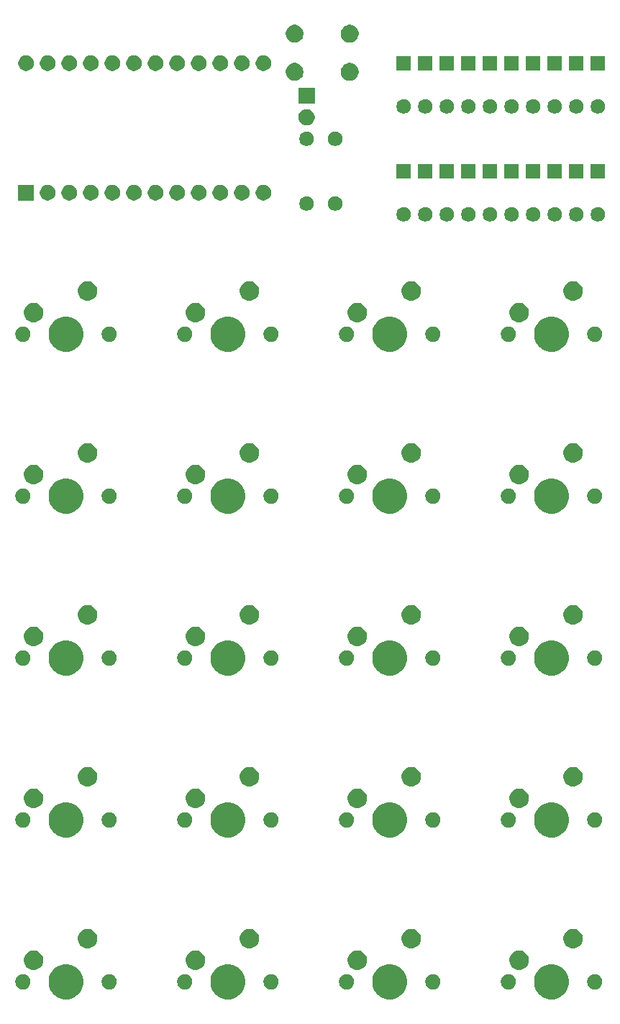
<source format=gbr>
G04 #@! TF.GenerationSoftware,KiCad,Pcbnew,(5.1.6)-1*
G04 #@! TF.CreationDate,2020-07-06T19:45:24+02:00*
G04 #@! TF.ProjectId,numpad,6e756d70-6164-42e6-9b69-6361645f7063,rev?*
G04 #@! TF.SameCoordinates,Original*
G04 #@! TF.FileFunction,Soldermask,Top*
G04 #@! TF.FilePolarity,Negative*
%FSLAX46Y46*%
G04 Gerber Fmt 4.6, Leading zero omitted, Abs format (unit mm)*
G04 Created by KiCad (PCBNEW (5.1.6)-1) date 2020-07-06 19:45:24*
%MOMM*%
%LPD*%
G01*
G04 APERTURE LIST*
%ADD10C,0.100000*%
G04 APERTURE END LIST*
D10*
G36*
X134837254Y-126424818D02*
G01*
X135210511Y-126579426D01*
X135210513Y-126579427D01*
X135546436Y-126803884D01*
X135832116Y-127089564D01*
X136056574Y-127425489D01*
X136211182Y-127798746D01*
X136290000Y-128194993D01*
X136290000Y-128599007D01*
X136211182Y-128995254D01*
X136056574Y-129368511D01*
X136056573Y-129368513D01*
X135832116Y-129704436D01*
X135546436Y-129990116D01*
X135210513Y-130214573D01*
X135210512Y-130214574D01*
X135210511Y-130214574D01*
X134837254Y-130369182D01*
X134441007Y-130448000D01*
X134036993Y-130448000D01*
X133640746Y-130369182D01*
X133267489Y-130214574D01*
X133267488Y-130214574D01*
X133267487Y-130214573D01*
X132931564Y-129990116D01*
X132645884Y-129704436D01*
X132421427Y-129368513D01*
X132421426Y-129368511D01*
X132266818Y-128995254D01*
X132188000Y-128599007D01*
X132188000Y-128194993D01*
X132266818Y-127798746D01*
X132421426Y-127425489D01*
X132645884Y-127089564D01*
X132931564Y-126803884D01*
X133267487Y-126579427D01*
X133267489Y-126579426D01*
X133640746Y-126424818D01*
X134036993Y-126346000D01*
X134441007Y-126346000D01*
X134837254Y-126424818D01*
G37*
G36*
X153887254Y-126424818D02*
G01*
X154260511Y-126579426D01*
X154260513Y-126579427D01*
X154596436Y-126803884D01*
X154882116Y-127089564D01*
X155106574Y-127425489D01*
X155261182Y-127798746D01*
X155340000Y-128194993D01*
X155340000Y-128599007D01*
X155261182Y-128995254D01*
X155106574Y-129368511D01*
X155106573Y-129368513D01*
X154882116Y-129704436D01*
X154596436Y-129990116D01*
X154260513Y-130214573D01*
X154260512Y-130214574D01*
X154260511Y-130214574D01*
X153887254Y-130369182D01*
X153491007Y-130448000D01*
X153086993Y-130448000D01*
X152690746Y-130369182D01*
X152317489Y-130214574D01*
X152317488Y-130214574D01*
X152317487Y-130214573D01*
X151981564Y-129990116D01*
X151695884Y-129704436D01*
X151471427Y-129368513D01*
X151471426Y-129368511D01*
X151316818Y-128995254D01*
X151238000Y-128599007D01*
X151238000Y-128194993D01*
X151316818Y-127798746D01*
X151471426Y-127425489D01*
X151695884Y-127089564D01*
X151981564Y-126803884D01*
X152317487Y-126579427D01*
X152317489Y-126579426D01*
X152690746Y-126424818D01*
X153086993Y-126346000D01*
X153491007Y-126346000D01*
X153887254Y-126424818D01*
G37*
G36*
X115787254Y-126424818D02*
G01*
X116160511Y-126579426D01*
X116160513Y-126579427D01*
X116496436Y-126803884D01*
X116782116Y-127089564D01*
X117006574Y-127425489D01*
X117161182Y-127798746D01*
X117240000Y-128194993D01*
X117240000Y-128599007D01*
X117161182Y-128995254D01*
X117006574Y-129368511D01*
X117006573Y-129368513D01*
X116782116Y-129704436D01*
X116496436Y-129990116D01*
X116160513Y-130214573D01*
X116160512Y-130214574D01*
X116160511Y-130214574D01*
X115787254Y-130369182D01*
X115391007Y-130448000D01*
X114986993Y-130448000D01*
X114590746Y-130369182D01*
X114217489Y-130214574D01*
X114217488Y-130214574D01*
X114217487Y-130214573D01*
X113881564Y-129990116D01*
X113595884Y-129704436D01*
X113371427Y-129368513D01*
X113371426Y-129368511D01*
X113216818Y-128995254D01*
X113138000Y-128599007D01*
X113138000Y-128194993D01*
X113216818Y-127798746D01*
X113371426Y-127425489D01*
X113595884Y-127089564D01*
X113881564Y-126803884D01*
X114217487Y-126579427D01*
X114217489Y-126579426D01*
X114590746Y-126424818D01*
X114986993Y-126346000D01*
X115391007Y-126346000D01*
X115787254Y-126424818D01*
G37*
G36*
X172937254Y-126424818D02*
G01*
X173310511Y-126579426D01*
X173310513Y-126579427D01*
X173646436Y-126803884D01*
X173932116Y-127089564D01*
X174156574Y-127425489D01*
X174311182Y-127798746D01*
X174390000Y-128194993D01*
X174390000Y-128599007D01*
X174311182Y-128995254D01*
X174156574Y-129368511D01*
X174156573Y-129368513D01*
X173932116Y-129704436D01*
X173646436Y-129990116D01*
X173310513Y-130214573D01*
X173310512Y-130214574D01*
X173310511Y-130214574D01*
X172937254Y-130369182D01*
X172541007Y-130448000D01*
X172136993Y-130448000D01*
X171740746Y-130369182D01*
X171367489Y-130214574D01*
X171367488Y-130214574D01*
X171367487Y-130214573D01*
X171031564Y-129990116D01*
X170745884Y-129704436D01*
X170521427Y-129368513D01*
X170521426Y-129368511D01*
X170366818Y-128995254D01*
X170288000Y-128599007D01*
X170288000Y-128194993D01*
X170366818Y-127798746D01*
X170521426Y-127425489D01*
X170745884Y-127089564D01*
X171031564Y-126803884D01*
X171367487Y-126579427D01*
X171367489Y-126579426D01*
X171740746Y-126424818D01*
X172136993Y-126346000D01*
X172541007Y-126346000D01*
X172937254Y-126424818D01*
G37*
G36*
X148322512Y-127500927D02*
G01*
X148471812Y-127530624D01*
X148635784Y-127598544D01*
X148783354Y-127697147D01*
X148908853Y-127822646D01*
X149007456Y-127970216D01*
X149075376Y-128134188D01*
X149110000Y-128308259D01*
X149110000Y-128485741D01*
X149075376Y-128659812D01*
X149007456Y-128823784D01*
X148908853Y-128971354D01*
X148783354Y-129096853D01*
X148635784Y-129195456D01*
X148471812Y-129263376D01*
X148322512Y-129293073D01*
X148297742Y-129298000D01*
X148120258Y-129298000D01*
X148095488Y-129293073D01*
X147946188Y-129263376D01*
X147782216Y-129195456D01*
X147634646Y-129096853D01*
X147509147Y-128971354D01*
X147410544Y-128823784D01*
X147342624Y-128659812D01*
X147308000Y-128485741D01*
X147308000Y-128308259D01*
X147342624Y-128134188D01*
X147410544Y-127970216D01*
X147509147Y-127822646D01*
X147634646Y-127697147D01*
X147782216Y-127598544D01*
X147946188Y-127530624D01*
X148095488Y-127500927D01*
X148120258Y-127496000D01*
X148297742Y-127496000D01*
X148322512Y-127500927D01*
G37*
G36*
X167372512Y-127500927D02*
G01*
X167521812Y-127530624D01*
X167685784Y-127598544D01*
X167833354Y-127697147D01*
X167958853Y-127822646D01*
X168057456Y-127970216D01*
X168125376Y-128134188D01*
X168160000Y-128308259D01*
X168160000Y-128485741D01*
X168125376Y-128659812D01*
X168057456Y-128823784D01*
X167958853Y-128971354D01*
X167833354Y-129096853D01*
X167685784Y-129195456D01*
X167521812Y-129263376D01*
X167372512Y-129293073D01*
X167347742Y-129298000D01*
X167170258Y-129298000D01*
X167145488Y-129293073D01*
X166996188Y-129263376D01*
X166832216Y-129195456D01*
X166684646Y-129096853D01*
X166559147Y-128971354D01*
X166460544Y-128823784D01*
X166392624Y-128659812D01*
X166358000Y-128485741D01*
X166358000Y-128308259D01*
X166392624Y-128134188D01*
X166460544Y-127970216D01*
X166559147Y-127822646D01*
X166684646Y-127697147D01*
X166832216Y-127598544D01*
X166996188Y-127530624D01*
X167145488Y-127500927D01*
X167170258Y-127496000D01*
X167347742Y-127496000D01*
X167372512Y-127500927D01*
G37*
G36*
X120382512Y-127500927D02*
G01*
X120531812Y-127530624D01*
X120695784Y-127598544D01*
X120843354Y-127697147D01*
X120968853Y-127822646D01*
X121067456Y-127970216D01*
X121135376Y-128134188D01*
X121170000Y-128308259D01*
X121170000Y-128485741D01*
X121135376Y-128659812D01*
X121067456Y-128823784D01*
X120968853Y-128971354D01*
X120843354Y-129096853D01*
X120695784Y-129195456D01*
X120531812Y-129263376D01*
X120382512Y-129293073D01*
X120357742Y-129298000D01*
X120180258Y-129298000D01*
X120155488Y-129293073D01*
X120006188Y-129263376D01*
X119842216Y-129195456D01*
X119694646Y-129096853D01*
X119569147Y-128971354D01*
X119470544Y-128823784D01*
X119402624Y-128659812D01*
X119368000Y-128485741D01*
X119368000Y-128308259D01*
X119402624Y-128134188D01*
X119470544Y-127970216D01*
X119569147Y-127822646D01*
X119694646Y-127697147D01*
X119842216Y-127598544D01*
X120006188Y-127530624D01*
X120155488Y-127500927D01*
X120180258Y-127496000D01*
X120357742Y-127496000D01*
X120382512Y-127500927D01*
G37*
G36*
X110222512Y-127500927D02*
G01*
X110371812Y-127530624D01*
X110535784Y-127598544D01*
X110683354Y-127697147D01*
X110808853Y-127822646D01*
X110907456Y-127970216D01*
X110975376Y-128134188D01*
X111010000Y-128308259D01*
X111010000Y-128485741D01*
X110975376Y-128659812D01*
X110907456Y-128823784D01*
X110808853Y-128971354D01*
X110683354Y-129096853D01*
X110535784Y-129195456D01*
X110371812Y-129263376D01*
X110222512Y-129293073D01*
X110197742Y-129298000D01*
X110020258Y-129298000D01*
X109995488Y-129293073D01*
X109846188Y-129263376D01*
X109682216Y-129195456D01*
X109534646Y-129096853D01*
X109409147Y-128971354D01*
X109310544Y-128823784D01*
X109242624Y-128659812D01*
X109208000Y-128485741D01*
X109208000Y-128308259D01*
X109242624Y-128134188D01*
X109310544Y-127970216D01*
X109409147Y-127822646D01*
X109534646Y-127697147D01*
X109682216Y-127598544D01*
X109846188Y-127530624D01*
X109995488Y-127500927D01*
X110020258Y-127496000D01*
X110197742Y-127496000D01*
X110222512Y-127500927D01*
G37*
G36*
X177532512Y-127500927D02*
G01*
X177681812Y-127530624D01*
X177845784Y-127598544D01*
X177993354Y-127697147D01*
X178118853Y-127822646D01*
X178217456Y-127970216D01*
X178285376Y-128134188D01*
X178320000Y-128308259D01*
X178320000Y-128485741D01*
X178285376Y-128659812D01*
X178217456Y-128823784D01*
X178118853Y-128971354D01*
X177993354Y-129096853D01*
X177845784Y-129195456D01*
X177681812Y-129263376D01*
X177532512Y-129293073D01*
X177507742Y-129298000D01*
X177330258Y-129298000D01*
X177305488Y-129293073D01*
X177156188Y-129263376D01*
X176992216Y-129195456D01*
X176844646Y-129096853D01*
X176719147Y-128971354D01*
X176620544Y-128823784D01*
X176552624Y-128659812D01*
X176518000Y-128485741D01*
X176518000Y-128308259D01*
X176552624Y-128134188D01*
X176620544Y-127970216D01*
X176719147Y-127822646D01*
X176844646Y-127697147D01*
X176992216Y-127598544D01*
X177156188Y-127530624D01*
X177305488Y-127500927D01*
X177330258Y-127496000D01*
X177507742Y-127496000D01*
X177532512Y-127500927D01*
G37*
G36*
X158482512Y-127500927D02*
G01*
X158631812Y-127530624D01*
X158795784Y-127598544D01*
X158943354Y-127697147D01*
X159068853Y-127822646D01*
X159167456Y-127970216D01*
X159235376Y-128134188D01*
X159270000Y-128308259D01*
X159270000Y-128485741D01*
X159235376Y-128659812D01*
X159167456Y-128823784D01*
X159068853Y-128971354D01*
X158943354Y-129096853D01*
X158795784Y-129195456D01*
X158631812Y-129263376D01*
X158482512Y-129293073D01*
X158457742Y-129298000D01*
X158280258Y-129298000D01*
X158255488Y-129293073D01*
X158106188Y-129263376D01*
X157942216Y-129195456D01*
X157794646Y-129096853D01*
X157669147Y-128971354D01*
X157570544Y-128823784D01*
X157502624Y-128659812D01*
X157468000Y-128485741D01*
X157468000Y-128308259D01*
X157502624Y-128134188D01*
X157570544Y-127970216D01*
X157669147Y-127822646D01*
X157794646Y-127697147D01*
X157942216Y-127598544D01*
X158106188Y-127530624D01*
X158255488Y-127500927D01*
X158280258Y-127496000D01*
X158457742Y-127496000D01*
X158482512Y-127500927D01*
G37*
G36*
X139432512Y-127500927D02*
G01*
X139581812Y-127530624D01*
X139745784Y-127598544D01*
X139893354Y-127697147D01*
X140018853Y-127822646D01*
X140117456Y-127970216D01*
X140185376Y-128134188D01*
X140220000Y-128308259D01*
X140220000Y-128485741D01*
X140185376Y-128659812D01*
X140117456Y-128823784D01*
X140018853Y-128971354D01*
X139893354Y-129096853D01*
X139745784Y-129195456D01*
X139581812Y-129263376D01*
X139432512Y-129293073D01*
X139407742Y-129298000D01*
X139230258Y-129298000D01*
X139205488Y-129293073D01*
X139056188Y-129263376D01*
X138892216Y-129195456D01*
X138744646Y-129096853D01*
X138619147Y-128971354D01*
X138520544Y-128823784D01*
X138452624Y-128659812D01*
X138418000Y-128485741D01*
X138418000Y-128308259D01*
X138452624Y-128134188D01*
X138520544Y-127970216D01*
X138619147Y-127822646D01*
X138744646Y-127697147D01*
X138892216Y-127598544D01*
X139056188Y-127530624D01*
X139205488Y-127500927D01*
X139230258Y-127496000D01*
X139407742Y-127496000D01*
X139432512Y-127500927D01*
G37*
G36*
X129272512Y-127500927D02*
G01*
X129421812Y-127530624D01*
X129585784Y-127598544D01*
X129733354Y-127697147D01*
X129858853Y-127822646D01*
X129957456Y-127970216D01*
X130025376Y-128134188D01*
X130060000Y-128308259D01*
X130060000Y-128485741D01*
X130025376Y-128659812D01*
X129957456Y-128823784D01*
X129858853Y-128971354D01*
X129733354Y-129096853D01*
X129585784Y-129195456D01*
X129421812Y-129263376D01*
X129272512Y-129293073D01*
X129247742Y-129298000D01*
X129070258Y-129298000D01*
X129045488Y-129293073D01*
X128896188Y-129263376D01*
X128732216Y-129195456D01*
X128584646Y-129096853D01*
X128459147Y-128971354D01*
X128360544Y-128823784D01*
X128292624Y-128659812D01*
X128258000Y-128485741D01*
X128258000Y-128308259D01*
X128292624Y-128134188D01*
X128360544Y-127970216D01*
X128459147Y-127822646D01*
X128584646Y-127697147D01*
X128732216Y-127598544D01*
X128896188Y-127530624D01*
X129045488Y-127500927D01*
X129070258Y-127496000D01*
X129247742Y-127496000D01*
X129272512Y-127500927D01*
G37*
G36*
X111603549Y-124728116D02*
G01*
X111714734Y-124750232D01*
X111924203Y-124836997D01*
X112112720Y-124962960D01*
X112273040Y-125123280D01*
X112399003Y-125311797D01*
X112485768Y-125521266D01*
X112530000Y-125743636D01*
X112530000Y-125970364D01*
X112485768Y-126192734D01*
X112399003Y-126402203D01*
X112273040Y-126590720D01*
X112112720Y-126751040D01*
X111924203Y-126877003D01*
X111714734Y-126963768D01*
X111603549Y-126985884D01*
X111492365Y-127008000D01*
X111265635Y-127008000D01*
X111154451Y-126985884D01*
X111043266Y-126963768D01*
X110833797Y-126877003D01*
X110645280Y-126751040D01*
X110484960Y-126590720D01*
X110358997Y-126402203D01*
X110272232Y-126192734D01*
X110228000Y-125970364D01*
X110228000Y-125743636D01*
X110272232Y-125521266D01*
X110358997Y-125311797D01*
X110484960Y-125123280D01*
X110645280Y-124962960D01*
X110833797Y-124836997D01*
X111043266Y-124750232D01*
X111154451Y-124728116D01*
X111265635Y-124706000D01*
X111492365Y-124706000D01*
X111603549Y-124728116D01*
G37*
G36*
X149703549Y-124728116D02*
G01*
X149814734Y-124750232D01*
X150024203Y-124836997D01*
X150212720Y-124962960D01*
X150373040Y-125123280D01*
X150499003Y-125311797D01*
X150585768Y-125521266D01*
X150630000Y-125743636D01*
X150630000Y-125970364D01*
X150585768Y-126192734D01*
X150499003Y-126402203D01*
X150373040Y-126590720D01*
X150212720Y-126751040D01*
X150024203Y-126877003D01*
X149814734Y-126963768D01*
X149703549Y-126985884D01*
X149592365Y-127008000D01*
X149365635Y-127008000D01*
X149254451Y-126985884D01*
X149143266Y-126963768D01*
X148933797Y-126877003D01*
X148745280Y-126751040D01*
X148584960Y-126590720D01*
X148458997Y-126402203D01*
X148372232Y-126192734D01*
X148328000Y-125970364D01*
X148328000Y-125743636D01*
X148372232Y-125521266D01*
X148458997Y-125311797D01*
X148584960Y-125123280D01*
X148745280Y-124962960D01*
X148933797Y-124836997D01*
X149143266Y-124750232D01*
X149254451Y-124728116D01*
X149365635Y-124706000D01*
X149592365Y-124706000D01*
X149703549Y-124728116D01*
G37*
G36*
X168753549Y-124728116D02*
G01*
X168864734Y-124750232D01*
X169074203Y-124836997D01*
X169262720Y-124962960D01*
X169423040Y-125123280D01*
X169549003Y-125311797D01*
X169635768Y-125521266D01*
X169680000Y-125743636D01*
X169680000Y-125970364D01*
X169635768Y-126192734D01*
X169549003Y-126402203D01*
X169423040Y-126590720D01*
X169262720Y-126751040D01*
X169074203Y-126877003D01*
X168864734Y-126963768D01*
X168753549Y-126985884D01*
X168642365Y-127008000D01*
X168415635Y-127008000D01*
X168304451Y-126985884D01*
X168193266Y-126963768D01*
X167983797Y-126877003D01*
X167795280Y-126751040D01*
X167634960Y-126590720D01*
X167508997Y-126402203D01*
X167422232Y-126192734D01*
X167378000Y-125970364D01*
X167378000Y-125743636D01*
X167422232Y-125521266D01*
X167508997Y-125311797D01*
X167634960Y-125123280D01*
X167795280Y-124962960D01*
X167983797Y-124836997D01*
X168193266Y-124750232D01*
X168304451Y-124728116D01*
X168415635Y-124706000D01*
X168642365Y-124706000D01*
X168753549Y-124728116D01*
G37*
G36*
X130653549Y-124728116D02*
G01*
X130764734Y-124750232D01*
X130974203Y-124836997D01*
X131162720Y-124962960D01*
X131323040Y-125123280D01*
X131449003Y-125311797D01*
X131535768Y-125521266D01*
X131580000Y-125743636D01*
X131580000Y-125970364D01*
X131535768Y-126192734D01*
X131449003Y-126402203D01*
X131323040Y-126590720D01*
X131162720Y-126751040D01*
X130974203Y-126877003D01*
X130764734Y-126963768D01*
X130653549Y-126985884D01*
X130542365Y-127008000D01*
X130315635Y-127008000D01*
X130204451Y-126985884D01*
X130093266Y-126963768D01*
X129883797Y-126877003D01*
X129695280Y-126751040D01*
X129534960Y-126590720D01*
X129408997Y-126402203D01*
X129322232Y-126192734D01*
X129278000Y-125970364D01*
X129278000Y-125743636D01*
X129322232Y-125521266D01*
X129408997Y-125311797D01*
X129534960Y-125123280D01*
X129695280Y-124962960D01*
X129883797Y-124836997D01*
X130093266Y-124750232D01*
X130204451Y-124728116D01*
X130315635Y-124706000D01*
X130542365Y-124706000D01*
X130653549Y-124728116D01*
G37*
G36*
X175103549Y-122188116D02*
G01*
X175214734Y-122210232D01*
X175424203Y-122296997D01*
X175612720Y-122422960D01*
X175773040Y-122583280D01*
X175899003Y-122771797D01*
X175985768Y-122981266D01*
X176030000Y-123203636D01*
X176030000Y-123430364D01*
X175985768Y-123652734D01*
X175899003Y-123862203D01*
X175773040Y-124050720D01*
X175612720Y-124211040D01*
X175424203Y-124337003D01*
X175214734Y-124423768D01*
X175103549Y-124445884D01*
X174992365Y-124468000D01*
X174765635Y-124468000D01*
X174654451Y-124445884D01*
X174543266Y-124423768D01*
X174333797Y-124337003D01*
X174145280Y-124211040D01*
X173984960Y-124050720D01*
X173858997Y-123862203D01*
X173772232Y-123652734D01*
X173728000Y-123430364D01*
X173728000Y-123203636D01*
X173772232Y-122981266D01*
X173858997Y-122771797D01*
X173984960Y-122583280D01*
X174145280Y-122422960D01*
X174333797Y-122296997D01*
X174543266Y-122210232D01*
X174654451Y-122188116D01*
X174765635Y-122166000D01*
X174992365Y-122166000D01*
X175103549Y-122188116D01*
G37*
G36*
X137003549Y-122188116D02*
G01*
X137114734Y-122210232D01*
X137324203Y-122296997D01*
X137512720Y-122422960D01*
X137673040Y-122583280D01*
X137799003Y-122771797D01*
X137885768Y-122981266D01*
X137930000Y-123203636D01*
X137930000Y-123430364D01*
X137885768Y-123652734D01*
X137799003Y-123862203D01*
X137673040Y-124050720D01*
X137512720Y-124211040D01*
X137324203Y-124337003D01*
X137114734Y-124423768D01*
X137003549Y-124445884D01*
X136892365Y-124468000D01*
X136665635Y-124468000D01*
X136554451Y-124445884D01*
X136443266Y-124423768D01*
X136233797Y-124337003D01*
X136045280Y-124211040D01*
X135884960Y-124050720D01*
X135758997Y-123862203D01*
X135672232Y-123652734D01*
X135628000Y-123430364D01*
X135628000Y-123203636D01*
X135672232Y-122981266D01*
X135758997Y-122771797D01*
X135884960Y-122583280D01*
X136045280Y-122422960D01*
X136233797Y-122296997D01*
X136443266Y-122210232D01*
X136554451Y-122188116D01*
X136665635Y-122166000D01*
X136892365Y-122166000D01*
X137003549Y-122188116D01*
G37*
G36*
X117953549Y-122188116D02*
G01*
X118064734Y-122210232D01*
X118274203Y-122296997D01*
X118462720Y-122422960D01*
X118623040Y-122583280D01*
X118749003Y-122771797D01*
X118835768Y-122981266D01*
X118880000Y-123203636D01*
X118880000Y-123430364D01*
X118835768Y-123652734D01*
X118749003Y-123862203D01*
X118623040Y-124050720D01*
X118462720Y-124211040D01*
X118274203Y-124337003D01*
X118064734Y-124423768D01*
X117953549Y-124445884D01*
X117842365Y-124468000D01*
X117615635Y-124468000D01*
X117504451Y-124445884D01*
X117393266Y-124423768D01*
X117183797Y-124337003D01*
X116995280Y-124211040D01*
X116834960Y-124050720D01*
X116708997Y-123862203D01*
X116622232Y-123652734D01*
X116578000Y-123430364D01*
X116578000Y-123203636D01*
X116622232Y-122981266D01*
X116708997Y-122771797D01*
X116834960Y-122583280D01*
X116995280Y-122422960D01*
X117183797Y-122296997D01*
X117393266Y-122210232D01*
X117504451Y-122188116D01*
X117615635Y-122166000D01*
X117842365Y-122166000D01*
X117953549Y-122188116D01*
G37*
G36*
X156053549Y-122188116D02*
G01*
X156164734Y-122210232D01*
X156374203Y-122296997D01*
X156562720Y-122422960D01*
X156723040Y-122583280D01*
X156849003Y-122771797D01*
X156935768Y-122981266D01*
X156980000Y-123203636D01*
X156980000Y-123430364D01*
X156935768Y-123652734D01*
X156849003Y-123862203D01*
X156723040Y-124050720D01*
X156562720Y-124211040D01*
X156374203Y-124337003D01*
X156164734Y-124423768D01*
X156053549Y-124445884D01*
X155942365Y-124468000D01*
X155715635Y-124468000D01*
X155604451Y-124445884D01*
X155493266Y-124423768D01*
X155283797Y-124337003D01*
X155095280Y-124211040D01*
X154934960Y-124050720D01*
X154808997Y-123862203D01*
X154722232Y-123652734D01*
X154678000Y-123430364D01*
X154678000Y-123203636D01*
X154722232Y-122981266D01*
X154808997Y-122771797D01*
X154934960Y-122583280D01*
X155095280Y-122422960D01*
X155283797Y-122296997D01*
X155493266Y-122210232D01*
X155604451Y-122188116D01*
X155715635Y-122166000D01*
X155942365Y-122166000D01*
X156053549Y-122188116D01*
G37*
G36*
X172937254Y-107374818D02*
G01*
X173310511Y-107529426D01*
X173310513Y-107529427D01*
X173646436Y-107753884D01*
X173932116Y-108039564D01*
X174156574Y-108375489D01*
X174311182Y-108748746D01*
X174390000Y-109144993D01*
X174390000Y-109549007D01*
X174311182Y-109945254D01*
X174156574Y-110318511D01*
X174156573Y-110318513D01*
X173932116Y-110654436D01*
X173646436Y-110940116D01*
X173310513Y-111164573D01*
X173310512Y-111164574D01*
X173310511Y-111164574D01*
X172937254Y-111319182D01*
X172541007Y-111398000D01*
X172136993Y-111398000D01*
X171740746Y-111319182D01*
X171367489Y-111164574D01*
X171367488Y-111164574D01*
X171367487Y-111164573D01*
X171031564Y-110940116D01*
X170745884Y-110654436D01*
X170521427Y-110318513D01*
X170521426Y-110318511D01*
X170366818Y-109945254D01*
X170288000Y-109549007D01*
X170288000Y-109144993D01*
X170366818Y-108748746D01*
X170521426Y-108375489D01*
X170745884Y-108039564D01*
X171031564Y-107753884D01*
X171367487Y-107529427D01*
X171367489Y-107529426D01*
X171740746Y-107374818D01*
X172136993Y-107296000D01*
X172541007Y-107296000D01*
X172937254Y-107374818D01*
G37*
G36*
X115787254Y-107374818D02*
G01*
X116160511Y-107529426D01*
X116160513Y-107529427D01*
X116496436Y-107753884D01*
X116782116Y-108039564D01*
X117006574Y-108375489D01*
X117161182Y-108748746D01*
X117240000Y-109144993D01*
X117240000Y-109549007D01*
X117161182Y-109945254D01*
X117006574Y-110318511D01*
X117006573Y-110318513D01*
X116782116Y-110654436D01*
X116496436Y-110940116D01*
X116160513Y-111164573D01*
X116160512Y-111164574D01*
X116160511Y-111164574D01*
X115787254Y-111319182D01*
X115391007Y-111398000D01*
X114986993Y-111398000D01*
X114590746Y-111319182D01*
X114217489Y-111164574D01*
X114217488Y-111164574D01*
X114217487Y-111164573D01*
X113881564Y-110940116D01*
X113595884Y-110654436D01*
X113371427Y-110318513D01*
X113371426Y-110318511D01*
X113216818Y-109945254D01*
X113138000Y-109549007D01*
X113138000Y-109144993D01*
X113216818Y-108748746D01*
X113371426Y-108375489D01*
X113595884Y-108039564D01*
X113881564Y-107753884D01*
X114217487Y-107529427D01*
X114217489Y-107529426D01*
X114590746Y-107374818D01*
X114986993Y-107296000D01*
X115391007Y-107296000D01*
X115787254Y-107374818D01*
G37*
G36*
X134837254Y-107374818D02*
G01*
X135210511Y-107529426D01*
X135210513Y-107529427D01*
X135546436Y-107753884D01*
X135832116Y-108039564D01*
X136056574Y-108375489D01*
X136211182Y-108748746D01*
X136290000Y-109144993D01*
X136290000Y-109549007D01*
X136211182Y-109945254D01*
X136056574Y-110318511D01*
X136056573Y-110318513D01*
X135832116Y-110654436D01*
X135546436Y-110940116D01*
X135210513Y-111164573D01*
X135210512Y-111164574D01*
X135210511Y-111164574D01*
X134837254Y-111319182D01*
X134441007Y-111398000D01*
X134036993Y-111398000D01*
X133640746Y-111319182D01*
X133267489Y-111164574D01*
X133267488Y-111164574D01*
X133267487Y-111164573D01*
X132931564Y-110940116D01*
X132645884Y-110654436D01*
X132421427Y-110318513D01*
X132421426Y-110318511D01*
X132266818Y-109945254D01*
X132188000Y-109549007D01*
X132188000Y-109144993D01*
X132266818Y-108748746D01*
X132421426Y-108375489D01*
X132645884Y-108039564D01*
X132931564Y-107753884D01*
X133267487Y-107529427D01*
X133267489Y-107529426D01*
X133640746Y-107374818D01*
X134036993Y-107296000D01*
X134441007Y-107296000D01*
X134837254Y-107374818D01*
G37*
G36*
X153887254Y-107374818D02*
G01*
X154260511Y-107529426D01*
X154260513Y-107529427D01*
X154596436Y-107753884D01*
X154882116Y-108039564D01*
X155106574Y-108375489D01*
X155261182Y-108748746D01*
X155340000Y-109144993D01*
X155340000Y-109549007D01*
X155261182Y-109945254D01*
X155106574Y-110318511D01*
X155106573Y-110318513D01*
X154882116Y-110654436D01*
X154596436Y-110940116D01*
X154260513Y-111164573D01*
X154260512Y-111164574D01*
X154260511Y-111164574D01*
X153887254Y-111319182D01*
X153491007Y-111398000D01*
X153086993Y-111398000D01*
X152690746Y-111319182D01*
X152317489Y-111164574D01*
X152317488Y-111164574D01*
X152317487Y-111164573D01*
X151981564Y-110940116D01*
X151695884Y-110654436D01*
X151471427Y-110318513D01*
X151471426Y-110318511D01*
X151316818Y-109945254D01*
X151238000Y-109549007D01*
X151238000Y-109144993D01*
X151316818Y-108748746D01*
X151471426Y-108375489D01*
X151695884Y-108039564D01*
X151981564Y-107753884D01*
X152317487Y-107529427D01*
X152317489Y-107529426D01*
X152690746Y-107374818D01*
X153086993Y-107296000D01*
X153491007Y-107296000D01*
X153887254Y-107374818D01*
G37*
G36*
X167372512Y-108450927D02*
G01*
X167521812Y-108480624D01*
X167685784Y-108548544D01*
X167833354Y-108647147D01*
X167958853Y-108772646D01*
X168057456Y-108920216D01*
X168125376Y-109084188D01*
X168160000Y-109258259D01*
X168160000Y-109435741D01*
X168125376Y-109609812D01*
X168057456Y-109773784D01*
X167958853Y-109921354D01*
X167833354Y-110046853D01*
X167685784Y-110145456D01*
X167521812Y-110213376D01*
X167372512Y-110243073D01*
X167347742Y-110248000D01*
X167170258Y-110248000D01*
X167145488Y-110243073D01*
X166996188Y-110213376D01*
X166832216Y-110145456D01*
X166684646Y-110046853D01*
X166559147Y-109921354D01*
X166460544Y-109773784D01*
X166392624Y-109609812D01*
X166358000Y-109435741D01*
X166358000Y-109258259D01*
X166392624Y-109084188D01*
X166460544Y-108920216D01*
X166559147Y-108772646D01*
X166684646Y-108647147D01*
X166832216Y-108548544D01*
X166996188Y-108480624D01*
X167145488Y-108450927D01*
X167170258Y-108446000D01*
X167347742Y-108446000D01*
X167372512Y-108450927D01*
G37*
G36*
X158482512Y-108450927D02*
G01*
X158631812Y-108480624D01*
X158795784Y-108548544D01*
X158943354Y-108647147D01*
X159068853Y-108772646D01*
X159167456Y-108920216D01*
X159235376Y-109084188D01*
X159270000Y-109258259D01*
X159270000Y-109435741D01*
X159235376Y-109609812D01*
X159167456Y-109773784D01*
X159068853Y-109921354D01*
X158943354Y-110046853D01*
X158795784Y-110145456D01*
X158631812Y-110213376D01*
X158482512Y-110243073D01*
X158457742Y-110248000D01*
X158280258Y-110248000D01*
X158255488Y-110243073D01*
X158106188Y-110213376D01*
X157942216Y-110145456D01*
X157794646Y-110046853D01*
X157669147Y-109921354D01*
X157570544Y-109773784D01*
X157502624Y-109609812D01*
X157468000Y-109435741D01*
X157468000Y-109258259D01*
X157502624Y-109084188D01*
X157570544Y-108920216D01*
X157669147Y-108772646D01*
X157794646Y-108647147D01*
X157942216Y-108548544D01*
X158106188Y-108480624D01*
X158255488Y-108450927D01*
X158280258Y-108446000D01*
X158457742Y-108446000D01*
X158482512Y-108450927D01*
G37*
G36*
X110222512Y-108450927D02*
G01*
X110371812Y-108480624D01*
X110535784Y-108548544D01*
X110683354Y-108647147D01*
X110808853Y-108772646D01*
X110907456Y-108920216D01*
X110975376Y-109084188D01*
X111010000Y-109258259D01*
X111010000Y-109435741D01*
X110975376Y-109609812D01*
X110907456Y-109773784D01*
X110808853Y-109921354D01*
X110683354Y-110046853D01*
X110535784Y-110145456D01*
X110371812Y-110213376D01*
X110222512Y-110243073D01*
X110197742Y-110248000D01*
X110020258Y-110248000D01*
X109995488Y-110243073D01*
X109846188Y-110213376D01*
X109682216Y-110145456D01*
X109534646Y-110046853D01*
X109409147Y-109921354D01*
X109310544Y-109773784D01*
X109242624Y-109609812D01*
X109208000Y-109435741D01*
X109208000Y-109258259D01*
X109242624Y-109084188D01*
X109310544Y-108920216D01*
X109409147Y-108772646D01*
X109534646Y-108647147D01*
X109682216Y-108548544D01*
X109846188Y-108480624D01*
X109995488Y-108450927D01*
X110020258Y-108446000D01*
X110197742Y-108446000D01*
X110222512Y-108450927D01*
G37*
G36*
X148322512Y-108450927D02*
G01*
X148471812Y-108480624D01*
X148635784Y-108548544D01*
X148783354Y-108647147D01*
X148908853Y-108772646D01*
X149007456Y-108920216D01*
X149075376Y-109084188D01*
X149110000Y-109258259D01*
X149110000Y-109435741D01*
X149075376Y-109609812D01*
X149007456Y-109773784D01*
X148908853Y-109921354D01*
X148783354Y-110046853D01*
X148635784Y-110145456D01*
X148471812Y-110213376D01*
X148322512Y-110243073D01*
X148297742Y-110248000D01*
X148120258Y-110248000D01*
X148095488Y-110243073D01*
X147946188Y-110213376D01*
X147782216Y-110145456D01*
X147634646Y-110046853D01*
X147509147Y-109921354D01*
X147410544Y-109773784D01*
X147342624Y-109609812D01*
X147308000Y-109435741D01*
X147308000Y-109258259D01*
X147342624Y-109084188D01*
X147410544Y-108920216D01*
X147509147Y-108772646D01*
X147634646Y-108647147D01*
X147782216Y-108548544D01*
X147946188Y-108480624D01*
X148095488Y-108450927D01*
X148120258Y-108446000D01*
X148297742Y-108446000D01*
X148322512Y-108450927D01*
G37*
G36*
X129272512Y-108450927D02*
G01*
X129421812Y-108480624D01*
X129585784Y-108548544D01*
X129733354Y-108647147D01*
X129858853Y-108772646D01*
X129957456Y-108920216D01*
X130025376Y-109084188D01*
X130060000Y-109258259D01*
X130060000Y-109435741D01*
X130025376Y-109609812D01*
X129957456Y-109773784D01*
X129858853Y-109921354D01*
X129733354Y-110046853D01*
X129585784Y-110145456D01*
X129421812Y-110213376D01*
X129272512Y-110243073D01*
X129247742Y-110248000D01*
X129070258Y-110248000D01*
X129045488Y-110243073D01*
X128896188Y-110213376D01*
X128732216Y-110145456D01*
X128584646Y-110046853D01*
X128459147Y-109921354D01*
X128360544Y-109773784D01*
X128292624Y-109609812D01*
X128258000Y-109435741D01*
X128258000Y-109258259D01*
X128292624Y-109084188D01*
X128360544Y-108920216D01*
X128459147Y-108772646D01*
X128584646Y-108647147D01*
X128732216Y-108548544D01*
X128896188Y-108480624D01*
X129045488Y-108450927D01*
X129070258Y-108446000D01*
X129247742Y-108446000D01*
X129272512Y-108450927D01*
G37*
G36*
X120382512Y-108450927D02*
G01*
X120531812Y-108480624D01*
X120695784Y-108548544D01*
X120843354Y-108647147D01*
X120968853Y-108772646D01*
X121067456Y-108920216D01*
X121135376Y-109084188D01*
X121170000Y-109258259D01*
X121170000Y-109435741D01*
X121135376Y-109609812D01*
X121067456Y-109773784D01*
X120968853Y-109921354D01*
X120843354Y-110046853D01*
X120695784Y-110145456D01*
X120531812Y-110213376D01*
X120382512Y-110243073D01*
X120357742Y-110248000D01*
X120180258Y-110248000D01*
X120155488Y-110243073D01*
X120006188Y-110213376D01*
X119842216Y-110145456D01*
X119694646Y-110046853D01*
X119569147Y-109921354D01*
X119470544Y-109773784D01*
X119402624Y-109609812D01*
X119368000Y-109435741D01*
X119368000Y-109258259D01*
X119402624Y-109084188D01*
X119470544Y-108920216D01*
X119569147Y-108772646D01*
X119694646Y-108647147D01*
X119842216Y-108548544D01*
X120006188Y-108480624D01*
X120155488Y-108450927D01*
X120180258Y-108446000D01*
X120357742Y-108446000D01*
X120382512Y-108450927D01*
G37*
G36*
X177532512Y-108450927D02*
G01*
X177681812Y-108480624D01*
X177845784Y-108548544D01*
X177993354Y-108647147D01*
X178118853Y-108772646D01*
X178217456Y-108920216D01*
X178285376Y-109084188D01*
X178320000Y-109258259D01*
X178320000Y-109435741D01*
X178285376Y-109609812D01*
X178217456Y-109773784D01*
X178118853Y-109921354D01*
X177993354Y-110046853D01*
X177845784Y-110145456D01*
X177681812Y-110213376D01*
X177532512Y-110243073D01*
X177507742Y-110248000D01*
X177330258Y-110248000D01*
X177305488Y-110243073D01*
X177156188Y-110213376D01*
X176992216Y-110145456D01*
X176844646Y-110046853D01*
X176719147Y-109921354D01*
X176620544Y-109773784D01*
X176552624Y-109609812D01*
X176518000Y-109435741D01*
X176518000Y-109258259D01*
X176552624Y-109084188D01*
X176620544Y-108920216D01*
X176719147Y-108772646D01*
X176844646Y-108647147D01*
X176992216Y-108548544D01*
X177156188Y-108480624D01*
X177305488Y-108450927D01*
X177330258Y-108446000D01*
X177507742Y-108446000D01*
X177532512Y-108450927D01*
G37*
G36*
X139432512Y-108450927D02*
G01*
X139581812Y-108480624D01*
X139745784Y-108548544D01*
X139893354Y-108647147D01*
X140018853Y-108772646D01*
X140117456Y-108920216D01*
X140185376Y-109084188D01*
X140220000Y-109258259D01*
X140220000Y-109435741D01*
X140185376Y-109609812D01*
X140117456Y-109773784D01*
X140018853Y-109921354D01*
X139893354Y-110046853D01*
X139745784Y-110145456D01*
X139581812Y-110213376D01*
X139432512Y-110243073D01*
X139407742Y-110248000D01*
X139230258Y-110248000D01*
X139205488Y-110243073D01*
X139056188Y-110213376D01*
X138892216Y-110145456D01*
X138744646Y-110046853D01*
X138619147Y-109921354D01*
X138520544Y-109773784D01*
X138452624Y-109609812D01*
X138418000Y-109435741D01*
X138418000Y-109258259D01*
X138452624Y-109084188D01*
X138520544Y-108920216D01*
X138619147Y-108772646D01*
X138744646Y-108647147D01*
X138892216Y-108548544D01*
X139056188Y-108480624D01*
X139205488Y-108450927D01*
X139230258Y-108446000D01*
X139407742Y-108446000D01*
X139432512Y-108450927D01*
G37*
G36*
X149703549Y-105678116D02*
G01*
X149814734Y-105700232D01*
X150024203Y-105786997D01*
X150212720Y-105912960D01*
X150373040Y-106073280D01*
X150499003Y-106261797D01*
X150585768Y-106471266D01*
X150630000Y-106693636D01*
X150630000Y-106920364D01*
X150585768Y-107142734D01*
X150499003Y-107352203D01*
X150373040Y-107540720D01*
X150212720Y-107701040D01*
X150024203Y-107827003D01*
X149814734Y-107913768D01*
X149703549Y-107935884D01*
X149592365Y-107958000D01*
X149365635Y-107958000D01*
X149254451Y-107935884D01*
X149143266Y-107913768D01*
X148933797Y-107827003D01*
X148745280Y-107701040D01*
X148584960Y-107540720D01*
X148458997Y-107352203D01*
X148372232Y-107142734D01*
X148328000Y-106920364D01*
X148328000Y-106693636D01*
X148372232Y-106471266D01*
X148458997Y-106261797D01*
X148584960Y-106073280D01*
X148745280Y-105912960D01*
X148933797Y-105786997D01*
X149143266Y-105700232D01*
X149254451Y-105678116D01*
X149365635Y-105656000D01*
X149592365Y-105656000D01*
X149703549Y-105678116D01*
G37*
G36*
X168753549Y-105678116D02*
G01*
X168864734Y-105700232D01*
X169074203Y-105786997D01*
X169262720Y-105912960D01*
X169423040Y-106073280D01*
X169549003Y-106261797D01*
X169635768Y-106471266D01*
X169680000Y-106693636D01*
X169680000Y-106920364D01*
X169635768Y-107142734D01*
X169549003Y-107352203D01*
X169423040Y-107540720D01*
X169262720Y-107701040D01*
X169074203Y-107827003D01*
X168864734Y-107913768D01*
X168753549Y-107935884D01*
X168642365Y-107958000D01*
X168415635Y-107958000D01*
X168304451Y-107935884D01*
X168193266Y-107913768D01*
X167983797Y-107827003D01*
X167795280Y-107701040D01*
X167634960Y-107540720D01*
X167508997Y-107352203D01*
X167422232Y-107142734D01*
X167378000Y-106920364D01*
X167378000Y-106693636D01*
X167422232Y-106471266D01*
X167508997Y-106261797D01*
X167634960Y-106073280D01*
X167795280Y-105912960D01*
X167983797Y-105786997D01*
X168193266Y-105700232D01*
X168304451Y-105678116D01*
X168415635Y-105656000D01*
X168642365Y-105656000D01*
X168753549Y-105678116D01*
G37*
G36*
X130653549Y-105678116D02*
G01*
X130764734Y-105700232D01*
X130974203Y-105786997D01*
X131162720Y-105912960D01*
X131323040Y-106073280D01*
X131449003Y-106261797D01*
X131535768Y-106471266D01*
X131580000Y-106693636D01*
X131580000Y-106920364D01*
X131535768Y-107142734D01*
X131449003Y-107352203D01*
X131323040Y-107540720D01*
X131162720Y-107701040D01*
X130974203Y-107827003D01*
X130764734Y-107913768D01*
X130653549Y-107935884D01*
X130542365Y-107958000D01*
X130315635Y-107958000D01*
X130204451Y-107935884D01*
X130093266Y-107913768D01*
X129883797Y-107827003D01*
X129695280Y-107701040D01*
X129534960Y-107540720D01*
X129408997Y-107352203D01*
X129322232Y-107142734D01*
X129278000Y-106920364D01*
X129278000Y-106693636D01*
X129322232Y-106471266D01*
X129408997Y-106261797D01*
X129534960Y-106073280D01*
X129695280Y-105912960D01*
X129883797Y-105786997D01*
X130093266Y-105700232D01*
X130204451Y-105678116D01*
X130315635Y-105656000D01*
X130542365Y-105656000D01*
X130653549Y-105678116D01*
G37*
G36*
X111603549Y-105678116D02*
G01*
X111714734Y-105700232D01*
X111924203Y-105786997D01*
X112112720Y-105912960D01*
X112273040Y-106073280D01*
X112399003Y-106261797D01*
X112485768Y-106471266D01*
X112530000Y-106693636D01*
X112530000Y-106920364D01*
X112485768Y-107142734D01*
X112399003Y-107352203D01*
X112273040Y-107540720D01*
X112112720Y-107701040D01*
X111924203Y-107827003D01*
X111714734Y-107913768D01*
X111603549Y-107935884D01*
X111492365Y-107958000D01*
X111265635Y-107958000D01*
X111154451Y-107935884D01*
X111043266Y-107913768D01*
X110833797Y-107827003D01*
X110645280Y-107701040D01*
X110484960Y-107540720D01*
X110358997Y-107352203D01*
X110272232Y-107142734D01*
X110228000Y-106920364D01*
X110228000Y-106693636D01*
X110272232Y-106471266D01*
X110358997Y-106261797D01*
X110484960Y-106073280D01*
X110645280Y-105912960D01*
X110833797Y-105786997D01*
X111043266Y-105700232D01*
X111154451Y-105678116D01*
X111265635Y-105656000D01*
X111492365Y-105656000D01*
X111603549Y-105678116D01*
G37*
G36*
X137003549Y-103138116D02*
G01*
X137114734Y-103160232D01*
X137324203Y-103246997D01*
X137512720Y-103372960D01*
X137673040Y-103533280D01*
X137799003Y-103721797D01*
X137885768Y-103931266D01*
X137930000Y-104153636D01*
X137930000Y-104380364D01*
X137885768Y-104602734D01*
X137799003Y-104812203D01*
X137673040Y-105000720D01*
X137512720Y-105161040D01*
X137324203Y-105287003D01*
X137114734Y-105373768D01*
X137003549Y-105395884D01*
X136892365Y-105418000D01*
X136665635Y-105418000D01*
X136554451Y-105395884D01*
X136443266Y-105373768D01*
X136233797Y-105287003D01*
X136045280Y-105161040D01*
X135884960Y-105000720D01*
X135758997Y-104812203D01*
X135672232Y-104602734D01*
X135628000Y-104380364D01*
X135628000Y-104153636D01*
X135672232Y-103931266D01*
X135758997Y-103721797D01*
X135884960Y-103533280D01*
X136045280Y-103372960D01*
X136233797Y-103246997D01*
X136443266Y-103160232D01*
X136554451Y-103138116D01*
X136665635Y-103116000D01*
X136892365Y-103116000D01*
X137003549Y-103138116D01*
G37*
G36*
X117953549Y-103138116D02*
G01*
X118064734Y-103160232D01*
X118274203Y-103246997D01*
X118462720Y-103372960D01*
X118623040Y-103533280D01*
X118749003Y-103721797D01*
X118835768Y-103931266D01*
X118880000Y-104153636D01*
X118880000Y-104380364D01*
X118835768Y-104602734D01*
X118749003Y-104812203D01*
X118623040Y-105000720D01*
X118462720Y-105161040D01*
X118274203Y-105287003D01*
X118064734Y-105373768D01*
X117953549Y-105395884D01*
X117842365Y-105418000D01*
X117615635Y-105418000D01*
X117504451Y-105395884D01*
X117393266Y-105373768D01*
X117183797Y-105287003D01*
X116995280Y-105161040D01*
X116834960Y-105000720D01*
X116708997Y-104812203D01*
X116622232Y-104602734D01*
X116578000Y-104380364D01*
X116578000Y-104153636D01*
X116622232Y-103931266D01*
X116708997Y-103721797D01*
X116834960Y-103533280D01*
X116995280Y-103372960D01*
X117183797Y-103246997D01*
X117393266Y-103160232D01*
X117504451Y-103138116D01*
X117615635Y-103116000D01*
X117842365Y-103116000D01*
X117953549Y-103138116D01*
G37*
G36*
X156053549Y-103138116D02*
G01*
X156164734Y-103160232D01*
X156374203Y-103246997D01*
X156562720Y-103372960D01*
X156723040Y-103533280D01*
X156849003Y-103721797D01*
X156935768Y-103931266D01*
X156980000Y-104153636D01*
X156980000Y-104380364D01*
X156935768Y-104602734D01*
X156849003Y-104812203D01*
X156723040Y-105000720D01*
X156562720Y-105161040D01*
X156374203Y-105287003D01*
X156164734Y-105373768D01*
X156053549Y-105395884D01*
X155942365Y-105418000D01*
X155715635Y-105418000D01*
X155604451Y-105395884D01*
X155493266Y-105373768D01*
X155283797Y-105287003D01*
X155095280Y-105161040D01*
X154934960Y-105000720D01*
X154808997Y-104812203D01*
X154722232Y-104602734D01*
X154678000Y-104380364D01*
X154678000Y-104153636D01*
X154722232Y-103931266D01*
X154808997Y-103721797D01*
X154934960Y-103533280D01*
X155095280Y-103372960D01*
X155283797Y-103246997D01*
X155493266Y-103160232D01*
X155604451Y-103138116D01*
X155715635Y-103116000D01*
X155942365Y-103116000D01*
X156053549Y-103138116D01*
G37*
G36*
X175103549Y-103138116D02*
G01*
X175214734Y-103160232D01*
X175424203Y-103246997D01*
X175612720Y-103372960D01*
X175773040Y-103533280D01*
X175899003Y-103721797D01*
X175985768Y-103931266D01*
X176030000Y-104153636D01*
X176030000Y-104380364D01*
X175985768Y-104602734D01*
X175899003Y-104812203D01*
X175773040Y-105000720D01*
X175612720Y-105161040D01*
X175424203Y-105287003D01*
X175214734Y-105373768D01*
X175103549Y-105395884D01*
X174992365Y-105418000D01*
X174765635Y-105418000D01*
X174654451Y-105395884D01*
X174543266Y-105373768D01*
X174333797Y-105287003D01*
X174145280Y-105161040D01*
X173984960Y-105000720D01*
X173858997Y-104812203D01*
X173772232Y-104602734D01*
X173728000Y-104380364D01*
X173728000Y-104153636D01*
X173772232Y-103931266D01*
X173858997Y-103721797D01*
X173984960Y-103533280D01*
X174145280Y-103372960D01*
X174333797Y-103246997D01*
X174543266Y-103160232D01*
X174654451Y-103138116D01*
X174765635Y-103116000D01*
X174992365Y-103116000D01*
X175103549Y-103138116D01*
G37*
G36*
X115787254Y-88324818D02*
G01*
X116160511Y-88479426D01*
X116160513Y-88479427D01*
X116496436Y-88703884D01*
X116782116Y-88989564D01*
X117006574Y-89325489D01*
X117161182Y-89698746D01*
X117240000Y-90094993D01*
X117240000Y-90499007D01*
X117161182Y-90895254D01*
X117006574Y-91268511D01*
X117006573Y-91268513D01*
X116782116Y-91604436D01*
X116496436Y-91890116D01*
X116160513Y-92114573D01*
X116160512Y-92114574D01*
X116160511Y-92114574D01*
X115787254Y-92269182D01*
X115391007Y-92348000D01*
X114986993Y-92348000D01*
X114590746Y-92269182D01*
X114217489Y-92114574D01*
X114217488Y-92114574D01*
X114217487Y-92114573D01*
X113881564Y-91890116D01*
X113595884Y-91604436D01*
X113371427Y-91268513D01*
X113371426Y-91268511D01*
X113216818Y-90895254D01*
X113138000Y-90499007D01*
X113138000Y-90094993D01*
X113216818Y-89698746D01*
X113371426Y-89325489D01*
X113595884Y-88989564D01*
X113881564Y-88703884D01*
X114217487Y-88479427D01*
X114217489Y-88479426D01*
X114590746Y-88324818D01*
X114986993Y-88246000D01*
X115391007Y-88246000D01*
X115787254Y-88324818D01*
G37*
G36*
X134837254Y-88324818D02*
G01*
X135210511Y-88479426D01*
X135210513Y-88479427D01*
X135546436Y-88703884D01*
X135832116Y-88989564D01*
X136056574Y-89325489D01*
X136211182Y-89698746D01*
X136290000Y-90094993D01*
X136290000Y-90499007D01*
X136211182Y-90895254D01*
X136056574Y-91268511D01*
X136056573Y-91268513D01*
X135832116Y-91604436D01*
X135546436Y-91890116D01*
X135210513Y-92114573D01*
X135210512Y-92114574D01*
X135210511Y-92114574D01*
X134837254Y-92269182D01*
X134441007Y-92348000D01*
X134036993Y-92348000D01*
X133640746Y-92269182D01*
X133267489Y-92114574D01*
X133267488Y-92114574D01*
X133267487Y-92114573D01*
X132931564Y-91890116D01*
X132645884Y-91604436D01*
X132421427Y-91268513D01*
X132421426Y-91268511D01*
X132266818Y-90895254D01*
X132188000Y-90499007D01*
X132188000Y-90094993D01*
X132266818Y-89698746D01*
X132421426Y-89325489D01*
X132645884Y-88989564D01*
X132931564Y-88703884D01*
X133267487Y-88479427D01*
X133267489Y-88479426D01*
X133640746Y-88324818D01*
X134036993Y-88246000D01*
X134441007Y-88246000D01*
X134837254Y-88324818D01*
G37*
G36*
X172937254Y-88324818D02*
G01*
X173310511Y-88479426D01*
X173310513Y-88479427D01*
X173646436Y-88703884D01*
X173932116Y-88989564D01*
X174156574Y-89325489D01*
X174311182Y-89698746D01*
X174390000Y-90094993D01*
X174390000Y-90499007D01*
X174311182Y-90895254D01*
X174156574Y-91268511D01*
X174156573Y-91268513D01*
X173932116Y-91604436D01*
X173646436Y-91890116D01*
X173310513Y-92114573D01*
X173310512Y-92114574D01*
X173310511Y-92114574D01*
X172937254Y-92269182D01*
X172541007Y-92348000D01*
X172136993Y-92348000D01*
X171740746Y-92269182D01*
X171367489Y-92114574D01*
X171367488Y-92114574D01*
X171367487Y-92114573D01*
X171031564Y-91890116D01*
X170745884Y-91604436D01*
X170521427Y-91268513D01*
X170521426Y-91268511D01*
X170366818Y-90895254D01*
X170288000Y-90499007D01*
X170288000Y-90094993D01*
X170366818Y-89698746D01*
X170521426Y-89325489D01*
X170745884Y-88989564D01*
X171031564Y-88703884D01*
X171367487Y-88479427D01*
X171367489Y-88479426D01*
X171740746Y-88324818D01*
X172136993Y-88246000D01*
X172541007Y-88246000D01*
X172937254Y-88324818D01*
G37*
G36*
X153887254Y-88324818D02*
G01*
X154260511Y-88479426D01*
X154260513Y-88479427D01*
X154596436Y-88703884D01*
X154882116Y-88989564D01*
X155106574Y-89325489D01*
X155261182Y-89698746D01*
X155340000Y-90094993D01*
X155340000Y-90499007D01*
X155261182Y-90895254D01*
X155106574Y-91268511D01*
X155106573Y-91268513D01*
X154882116Y-91604436D01*
X154596436Y-91890116D01*
X154260513Y-92114573D01*
X154260512Y-92114574D01*
X154260511Y-92114574D01*
X153887254Y-92269182D01*
X153491007Y-92348000D01*
X153086993Y-92348000D01*
X152690746Y-92269182D01*
X152317489Y-92114574D01*
X152317488Y-92114574D01*
X152317487Y-92114573D01*
X151981564Y-91890116D01*
X151695884Y-91604436D01*
X151471427Y-91268513D01*
X151471426Y-91268511D01*
X151316818Y-90895254D01*
X151238000Y-90499007D01*
X151238000Y-90094993D01*
X151316818Y-89698746D01*
X151471426Y-89325489D01*
X151695884Y-88989564D01*
X151981564Y-88703884D01*
X152317487Y-88479427D01*
X152317489Y-88479426D01*
X152690746Y-88324818D01*
X153086993Y-88246000D01*
X153491007Y-88246000D01*
X153887254Y-88324818D01*
G37*
G36*
X167372512Y-89400927D02*
G01*
X167521812Y-89430624D01*
X167685784Y-89498544D01*
X167833354Y-89597147D01*
X167958853Y-89722646D01*
X168057456Y-89870216D01*
X168125376Y-90034188D01*
X168160000Y-90208259D01*
X168160000Y-90385741D01*
X168125376Y-90559812D01*
X168057456Y-90723784D01*
X167958853Y-90871354D01*
X167833354Y-90996853D01*
X167685784Y-91095456D01*
X167521812Y-91163376D01*
X167372512Y-91193073D01*
X167347742Y-91198000D01*
X167170258Y-91198000D01*
X167145488Y-91193073D01*
X166996188Y-91163376D01*
X166832216Y-91095456D01*
X166684646Y-90996853D01*
X166559147Y-90871354D01*
X166460544Y-90723784D01*
X166392624Y-90559812D01*
X166358000Y-90385741D01*
X166358000Y-90208259D01*
X166392624Y-90034188D01*
X166460544Y-89870216D01*
X166559147Y-89722646D01*
X166684646Y-89597147D01*
X166832216Y-89498544D01*
X166996188Y-89430624D01*
X167145488Y-89400927D01*
X167170258Y-89396000D01*
X167347742Y-89396000D01*
X167372512Y-89400927D01*
G37*
G36*
X139432512Y-89400927D02*
G01*
X139581812Y-89430624D01*
X139745784Y-89498544D01*
X139893354Y-89597147D01*
X140018853Y-89722646D01*
X140117456Y-89870216D01*
X140185376Y-90034188D01*
X140220000Y-90208259D01*
X140220000Y-90385741D01*
X140185376Y-90559812D01*
X140117456Y-90723784D01*
X140018853Y-90871354D01*
X139893354Y-90996853D01*
X139745784Y-91095456D01*
X139581812Y-91163376D01*
X139432512Y-91193073D01*
X139407742Y-91198000D01*
X139230258Y-91198000D01*
X139205488Y-91193073D01*
X139056188Y-91163376D01*
X138892216Y-91095456D01*
X138744646Y-90996853D01*
X138619147Y-90871354D01*
X138520544Y-90723784D01*
X138452624Y-90559812D01*
X138418000Y-90385741D01*
X138418000Y-90208259D01*
X138452624Y-90034188D01*
X138520544Y-89870216D01*
X138619147Y-89722646D01*
X138744646Y-89597147D01*
X138892216Y-89498544D01*
X139056188Y-89430624D01*
X139205488Y-89400927D01*
X139230258Y-89396000D01*
X139407742Y-89396000D01*
X139432512Y-89400927D01*
G37*
G36*
X158482512Y-89400927D02*
G01*
X158631812Y-89430624D01*
X158795784Y-89498544D01*
X158943354Y-89597147D01*
X159068853Y-89722646D01*
X159167456Y-89870216D01*
X159235376Y-90034188D01*
X159270000Y-90208259D01*
X159270000Y-90385741D01*
X159235376Y-90559812D01*
X159167456Y-90723784D01*
X159068853Y-90871354D01*
X158943354Y-90996853D01*
X158795784Y-91095456D01*
X158631812Y-91163376D01*
X158482512Y-91193073D01*
X158457742Y-91198000D01*
X158280258Y-91198000D01*
X158255488Y-91193073D01*
X158106188Y-91163376D01*
X157942216Y-91095456D01*
X157794646Y-90996853D01*
X157669147Y-90871354D01*
X157570544Y-90723784D01*
X157502624Y-90559812D01*
X157468000Y-90385741D01*
X157468000Y-90208259D01*
X157502624Y-90034188D01*
X157570544Y-89870216D01*
X157669147Y-89722646D01*
X157794646Y-89597147D01*
X157942216Y-89498544D01*
X158106188Y-89430624D01*
X158255488Y-89400927D01*
X158280258Y-89396000D01*
X158457742Y-89396000D01*
X158482512Y-89400927D01*
G37*
G36*
X148322512Y-89400927D02*
G01*
X148471812Y-89430624D01*
X148635784Y-89498544D01*
X148783354Y-89597147D01*
X148908853Y-89722646D01*
X149007456Y-89870216D01*
X149075376Y-90034188D01*
X149110000Y-90208259D01*
X149110000Y-90385741D01*
X149075376Y-90559812D01*
X149007456Y-90723784D01*
X148908853Y-90871354D01*
X148783354Y-90996853D01*
X148635784Y-91095456D01*
X148471812Y-91163376D01*
X148322512Y-91193073D01*
X148297742Y-91198000D01*
X148120258Y-91198000D01*
X148095488Y-91193073D01*
X147946188Y-91163376D01*
X147782216Y-91095456D01*
X147634646Y-90996853D01*
X147509147Y-90871354D01*
X147410544Y-90723784D01*
X147342624Y-90559812D01*
X147308000Y-90385741D01*
X147308000Y-90208259D01*
X147342624Y-90034188D01*
X147410544Y-89870216D01*
X147509147Y-89722646D01*
X147634646Y-89597147D01*
X147782216Y-89498544D01*
X147946188Y-89430624D01*
X148095488Y-89400927D01*
X148120258Y-89396000D01*
X148297742Y-89396000D01*
X148322512Y-89400927D01*
G37*
G36*
X120382512Y-89400927D02*
G01*
X120531812Y-89430624D01*
X120695784Y-89498544D01*
X120843354Y-89597147D01*
X120968853Y-89722646D01*
X121067456Y-89870216D01*
X121135376Y-90034188D01*
X121170000Y-90208259D01*
X121170000Y-90385741D01*
X121135376Y-90559812D01*
X121067456Y-90723784D01*
X120968853Y-90871354D01*
X120843354Y-90996853D01*
X120695784Y-91095456D01*
X120531812Y-91163376D01*
X120382512Y-91193073D01*
X120357742Y-91198000D01*
X120180258Y-91198000D01*
X120155488Y-91193073D01*
X120006188Y-91163376D01*
X119842216Y-91095456D01*
X119694646Y-90996853D01*
X119569147Y-90871354D01*
X119470544Y-90723784D01*
X119402624Y-90559812D01*
X119368000Y-90385741D01*
X119368000Y-90208259D01*
X119402624Y-90034188D01*
X119470544Y-89870216D01*
X119569147Y-89722646D01*
X119694646Y-89597147D01*
X119842216Y-89498544D01*
X120006188Y-89430624D01*
X120155488Y-89400927D01*
X120180258Y-89396000D01*
X120357742Y-89396000D01*
X120382512Y-89400927D01*
G37*
G36*
X110222512Y-89400927D02*
G01*
X110371812Y-89430624D01*
X110535784Y-89498544D01*
X110683354Y-89597147D01*
X110808853Y-89722646D01*
X110907456Y-89870216D01*
X110975376Y-90034188D01*
X111010000Y-90208259D01*
X111010000Y-90385741D01*
X110975376Y-90559812D01*
X110907456Y-90723784D01*
X110808853Y-90871354D01*
X110683354Y-90996853D01*
X110535784Y-91095456D01*
X110371812Y-91163376D01*
X110222512Y-91193073D01*
X110197742Y-91198000D01*
X110020258Y-91198000D01*
X109995488Y-91193073D01*
X109846188Y-91163376D01*
X109682216Y-91095456D01*
X109534646Y-90996853D01*
X109409147Y-90871354D01*
X109310544Y-90723784D01*
X109242624Y-90559812D01*
X109208000Y-90385741D01*
X109208000Y-90208259D01*
X109242624Y-90034188D01*
X109310544Y-89870216D01*
X109409147Y-89722646D01*
X109534646Y-89597147D01*
X109682216Y-89498544D01*
X109846188Y-89430624D01*
X109995488Y-89400927D01*
X110020258Y-89396000D01*
X110197742Y-89396000D01*
X110222512Y-89400927D01*
G37*
G36*
X177532512Y-89400927D02*
G01*
X177681812Y-89430624D01*
X177845784Y-89498544D01*
X177993354Y-89597147D01*
X178118853Y-89722646D01*
X178217456Y-89870216D01*
X178285376Y-90034188D01*
X178320000Y-90208259D01*
X178320000Y-90385741D01*
X178285376Y-90559812D01*
X178217456Y-90723784D01*
X178118853Y-90871354D01*
X177993354Y-90996853D01*
X177845784Y-91095456D01*
X177681812Y-91163376D01*
X177532512Y-91193073D01*
X177507742Y-91198000D01*
X177330258Y-91198000D01*
X177305488Y-91193073D01*
X177156188Y-91163376D01*
X176992216Y-91095456D01*
X176844646Y-90996853D01*
X176719147Y-90871354D01*
X176620544Y-90723784D01*
X176552624Y-90559812D01*
X176518000Y-90385741D01*
X176518000Y-90208259D01*
X176552624Y-90034188D01*
X176620544Y-89870216D01*
X176719147Y-89722646D01*
X176844646Y-89597147D01*
X176992216Y-89498544D01*
X177156188Y-89430624D01*
X177305488Y-89400927D01*
X177330258Y-89396000D01*
X177507742Y-89396000D01*
X177532512Y-89400927D01*
G37*
G36*
X129272512Y-89400927D02*
G01*
X129421812Y-89430624D01*
X129585784Y-89498544D01*
X129733354Y-89597147D01*
X129858853Y-89722646D01*
X129957456Y-89870216D01*
X130025376Y-90034188D01*
X130060000Y-90208259D01*
X130060000Y-90385741D01*
X130025376Y-90559812D01*
X129957456Y-90723784D01*
X129858853Y-90871354D01*
X129733354Y-90996853D01*
X129585784Y-91095456D01*
X129421812Y-91163376D01*
X129272512Y-91193073D01*
X129247742Y-91198000D01*
X129070258Y-91198000D01*
X129045488Y-91193073D01*
X128896188Y-91163376D01*
X128732216Y-91095456D01*
X128584646Y-90996853D01*
X128459147Y-90871354D01*
X128360544Y-90723784D01*
X128292624Y-90559812D01*
X128258000Y-90385741D01*
X128258000Y-90208259D01*
X128292624Y-90034188D01*
X128360544Y-89870216D01*
X128459147Y-89722646D01*
X128584646Y-89597147D01*
X128732216Y-89498544D01*
X128896188Y-89430624D01*
X129045488Y-89400927D01*
X129070258Y-89396000D01*
X129247742Y-89396000D01*
X129272512Y-89400927D01*
G37*
G36*
X130653549Y-86628116D02*
G01*
X130764734Y-86650232D01*
X130974203Y-86736997D01*
X131162720Y-86862960D01*
X131323040Y-87023280D01*
X131449003Y-87211797D01*
X131535768Y-87421266D01*
X131580000Y-87643636D01*
X131580000Y-87870364D01*
X131535768Y-88092734D01*
X131449003Y-88302203D01*
X131323040Y-88490720D01*
X131162720Y-88651040D01*
X130974203Y-88777003D01*
X130764734Y-88863768D01*
X130653549Y-88885884D01*
X130542365Y-88908000D01*
X130315635Y-88908000D01*
X130204451Y-88885884D01*
X130093266Y-88863768D01*
X129883797Y-88777003D01*
X129695280Y-88651040D01*
X129534960Y-88490720D01*
X129408997Y-88302203D01*
X129322232Y-88092734D01*
X129278000Y-87870364D01*
X129278000Y-87643636D01*
X129322232Y-87421266D01*
X129408997Y-87211797D01*
X129534960Y-87023280D01*
X129695280Y-86862960D01*
X129883797Y-86736997D01*
X130093266Y-86650232D01*
X130204451Y-86628116D01*
X130315635Y-86606000D01*
X130542365Y-86606000D01*
X130653549Y-86628116D01*
G37*
G36*
X111603549Y-86628116D02*
G01*
X111714734Y-86650232D01*
X111924203Y-86736997D01*
X112112720Y-86862960D01*
X112273040Y-87023280D01*
X112399003Y-87211797D01*
X112485768Y-87421266D01*
X112530000Y-87643636D01*
X112530000Y-87870364D01*
X112485768Y-88092734D01*
X112399003Y-88302203D01*
X112273040Y-88490720D01*
X112112720Y-88651040D01*
X111924203Y-88777003D01*
X111714734Y-88863768D01*
X111603549Y-88885884D01*
X111492365Y-88908000D01*
X111265635Y-88908000D01*
X111154451Y-88885884D01*
X111043266Y-88863768D01*
X110833797Y-88777003D01*
X110645280Y-88651040D01*
X110484960Y-88490720D01*
X110358997Y-88302203D01*
X110272232Y-88092734D01*
X110228000Y-87870364D01*
X110228000Y-87643636D01*
X110272232Y-87421266D01*
X110358997Y-87211797D01*
X110484960Y-87023280D01*
X110645280Y-86862960D01*
X110833797Y-86736997D01*
X111043266Y-86650232D01*
X111154451Y-86628116D01*
X111265635Y-86606000D01*
X111492365Y-86606000D01*
X111603549Y-86628116D01*
G37*
G36*
X149703549Y-86628116D02*
G01*
X149814734Y-86650232D01*
X150024203Y-86736997D01*
X150212720Y-86862960D01*
X150373040Y-87023280D01*
X150499003Y-87211797D01*
X150585768Y-87421266D01*
X150630000Y-87643636D01*
X150630000Y-87870364D01*
X150585768Y-88092734D01*
X150499003Y-88302203D01*
X150373040Y-88490720D01*
X150212720Y-88651040D01*
X150024203Y-88777003D01*
X149814734Y-88863768D01*
X149703549Y-88885884D01*
X149592365Y-88908000D01*
X149365635Y-88908000D01*
X149254451Y-88885884D01*
X149143266Y-88863768D01*
X148933797Y-88777003D01*
X148745280Y-88651040D01*
X148584960Y-88490720D01*
X148458997Y-88302203D01*
X148372232Y-88092734D01*
X148328000Y-87870364D01*
X148328000Y-87643636D01*
X148372232Y-87421266D01*
X148458997Y-87211797D01*
X148584960Y-87023280D01*
X148745280Y-86862960D01*
X148933797Y-86736997D01*
X149143266Y-86650232D01*
X149254451Y-86628116D01*
X149365635Y-86606000D01*
X149592365Y-86606000D01*
X149703549Y-86628116D01*
G37*
G36*
X168753549Y-86628116D02*
G01*
X168864734Y-86650232D01*
X169074203Y-86736997D01*
X169262720Y-86862960D01*
X169423040Y-87023280D01*
X169549003Y-87211797D01*
X169635768Y-87421266D01*
X169680000Y-87643636D01*
X169680000Y-87870364D01*
X169635768Y-88092734D01*
X169549003Y-88302203D01*
X169423040Y-88490720D01*
X169262720Y-88651040D01*
X169074203Y-88777003D01*
X168864734Y-88863768D01*
X168753549Y-88885884D01*
X168642365Y-88908000D01*
X168415635Y-88908000D01*
X168304451Y-88885884D01*
X168193266Y-88863768D01*
X167983797Y-88777003D01*
X167795280Y-88651040D01*
X167634960Y-88490720D01*
X167508997Y-88302203D01*
X167422232Y-88092734D01*
X167378000Y-87870364D01*
X167378000Y-87643636D01*
X167422232Y-87421266D01*
X167508997Y-87211797D01*
X167634960Y-87023280D01*
X167795280Y-86862960D01*
X167983797Y-86736997D01*
X168193266Y-86650232D01*
X168304451Y-86628116D01*
X168415635Y-86606000D01*
X168642365Y-86606000D01*
X168753549Y-86628116D01*
G37*
G36*
X175103549Y-84088116D02*
G01*
X175214734Y-84110232D01*
X175424203Y-84196997D01*
X175612720Y-84322960D01*
X175773040Y-84483280D01*
X175899003Y-84671797D01*
X175985768Y-84881266D01*
X176030000Y-85103636D01*
X176030000Y-85330364D01*
X175985768Y-85552734D01*
X175899003Y-85762203D01*
X175773040Y-85950720D01*
X175612720Y-86111040D01*
X175424203Y-86237003D01*
X175214734Y-86323768D01*
X175103549Y-86345884D01*
X174992365Y-86368000D01*
X174765635Y-86368000D01*
X174654451Y-86345884D01*
X174543266Y-86323768D01*
X174333797Y-86237003D01*
X174145280Y-86111040D01*
X173984960Y-85950720D01*
X173858997Y-85762203D01*
X173772232Y-85552734D01*
X173728000Y-85330364D01*
X173728000Y-85103636D01*
X173772232Y-84881266D01*
X173858997Y-84671797D01*
X173984960Y-84483280D01*
X174145280Y-84322960D01*
X174333797Y-84196997D01*
X174543266Y-84110232D01*
X174654451Y-84088116D01*
X174765635Y-84066000D01*
X174992365Y-84066000D01*
X175103549Y-84088116D01*
G37*
G36*
X137003549Y-84088116D02*
G01*
X137114734Y-84110232D01*
X137324203Y-84196997D01*
X137512720Y-84322960D01*
X137673040Y-84483280D01*
X137799003Y-84671797D01*
X137885768Y-84881266D01*
X137930000Y-85103636D01*
X137930000Y-85330364D01*
X137885768Y-85552734D01*
X137799003Y-85762203D01*
X137673040Y-85950720D01*
X137512720Y-86111040D01*
X137324203Y-86237003D01*
X137114734Y-86323768D01*
X137003549Y-86345884D01*
X136892365Y-86368000D01*
X136665635Y-86368000D01*
X136554451Y-86345884D01*
X136443266Y-86323768D01*
X136233797Y-86237003D01*
X136045280Y-86111040D01*
X135884960Y-85950720D01*
X135758997Y-85762203D01*
X135672232Y-85552734D01*
X135628000Y-85330364D01*
X135628000Y-85103636D01*
X135672232Y-84881266D01*
X135758997Y-84671797D01*
X135884960Y-84483280D01*
X136045280Y-84322960D01*
X136233797Y-84196997D01*
X136443266Y-84110232D01*
X136554451Y-84088116D01*
X136665635Y-84066000D01*
X136892365Y-84066000D01*
X137003549Y-84088116D01*
G37*
G36*
X156053549Y-84088116D02*
G01*
X156164734Y-84110232D01*
X156374203Y-84196997D01*
X156562720Y-84322960D01*
X156723040Y-84483280D01*
X156849003Y-84671797D01*
X156935768Y-84881266D01*
X156980000Y-85103636D01*
X156980000Y-85330364D01*
X156935768Y-85552734D01*
X156849003Y-85762203D01*
X156723040Y-85950720D01*
X156562720Y-86111040D01*
X156374203Y-86237003D01*
X156164734Y-86323768D01*
X156053549Y-86345884D01*
X155942365Y-86368000D01*
X155715635Y-86368000D01*
X155604451Y-86345884D01*
X155493266Y-86323768D01*
X155283797Y-86237003D01*
X155095280Y-86111040D01*
X154934960Y-85950720D01*
X154808997Y-85762203D01*
X154722232Y-85552734D01*
X154678000Y-85330364D01*
X154678000Y-85103636D01*
X154722232Y-84881266D01*
X154808997Y-84671797D01*
X154934960Y-84483280D01*
X155095280Y-84322960D01*
X155283797Y-84196997D01*
X155493266Y-84110232D01*
X155604451Y-84088116D01*
X155715635Y-84066000D01*
X155942365Y-84066000D01*
X156053549Y-84088116D01*
G37*
G36*
X117953549Y-84088116D02*
G01*
X118064734Y-84110232D01*
X118274203Y-84196997D01*
X118462720Y-84322960D01*
X118623040Y-84483280D01*
X118749003Y-84671797D01*
X118835768Y-84881266D01*
X118880000Y-85103636D01*
X118880000Y-85330364D01*
X118835768Y-85552734D01*
X118749003Y-85762203D01*
X118623040Y-85950720D01*
X118462720Y-86111040D01*
X118274203Y-86237003D01*
X118064734Y-86323768D01*
X117953549Y-86345884D01*
X117842365Y-86368000D01*
X117615635Y-86368000D01*
X117504451Y-86345884D01*
X117393266Y-86323768D01*
X117183797Y-86237003D01*
X116995280Y-86111040D01*
X116834960Y-85950720D01*
X116708997Y-85762203D01*
X116622232Y-85552734D01*
X116578000Y-85330364D01*
X116578000Y-85103636D01*
X116622232Y-84881266D01*
X116708997Y-84671797D01*
X116834960Y-84483280D01*
X116995280Y-84322960D01*
X117183797Y-84196997D01*
X117393266Y-84110232D01*
X117504451Y-84088116D01*
X117615635Y-84066000D01*
X117842365Y-84066000D01*
X117953549Y-84088116D01*
G37*
G36*
X115787254Y-69274818D02*
G01*
X116160511Y-69429426D01*
X116160513Y-69429427D01*
X116496436Y-69653884D01*
X116782116Y-69939564D01*
X117006574Y-70275489D01*
X117161182Y-70648746D01*
X117240000Y-71044993D01*
X117240000Y-71449007D01*
X117161182Y-71845254D01*
X117006574Y-72218511D01*
X117006573Y-72218513D01*
X116782116Y-72554436D01*
X116496436Y-72840116D01*
X116160513Y-73064573D01*
X116160512Y-73064574D01*
X116160511Y-73064574D01*
X115787254Y-73219182D01*
X115391007Y-73298000D01*
X114986993Y-73298000D01*
X114590746Y-73219182D01*
X114217489Y-73064574D01*
X114217488Y-73064574D01*
X114217487Y-73064573D01*
X113881564Y-72840116D01*
X113595884Y-72554436D01*
X113371427Y-72218513D01*
X113371426Y-72218511D01*
X113216818Y-71845254D01*
X113138000Y-71449007D01*
X113138000Y-71044993D01*
X113216818Y-70648746D01*
X113371426Y-70275489D01*
X113595884Y-69939564D01*
X113881564Y-69653884D01*
X114217487Y-69429427D01*
X114217489Y-69429426D01*
X114590746Y-69274818D01*
X114986993Y-69196000D01*
X115391007Y-69196000D01*
X115787254Y-69274818D01*
G37*
G36*
X172937254Y-69274818D02*
G01*
X173310511Y-69429426D01*
X173310513Y-69429427D01*
X173646436Y-69653884D01*
X173932116Y-69939564D01*
X174156574Y-70275489D01*
X174311182Y-70648746D01*
X174390000Y-71044993D01*
X174390000Y-71449007D01*
X174311182Y-71845254D01*
X174156574Y-72218511D01*
X174156573Y-72218513D01*
X173932116Y-72554436D01*
X173646436Y-72840116D01*
X173310513Y-73064573D01*
X173310512Y-73064574D01*
X173310511Y-73064574D01*
X172937254Y-73219182D01*
X172541007Y-73298000D01*
X172136993Y-73298000D01*
X171740746Y-73219182D01*
X171367489Y-73064574D01*
X171367488Y-73064574D01*
X171367487Y-73064573D01*
X171031564Y-72840116D01*
X170745884Y-72554436D01*
X170521427Y-72218513D01*
X170521426Y-72218511D01*
X170366818Y-71845254D01*
X170288000Y-71449007D01*
X170288000Y-71044993D01*
X170366818Y-70648746D01*
X170521426Y-70275489D01*
X170745884Y-69939564D01*
X171031564Y-69653884D01*
X171367487Y-69429427D01*
X171367489Y-69429426D01*
X171740746Y-69274818D01*
X172136993Y-69196000D01*
X172541007Y-69196000D01*
X172937254Y-69274818D01*
G37*
G36*
X153887254Y-69274818D02*
G01*
X154260511Y-69429426D01*
X154260513Y-69429427D01*
X154596436Y-69653884D01*
X154882116Y-69939564D01*
X155106574Y-70275489D01*
X155261182Y-70648746D01*
X155340000Y-71044993D01*
X155340000Y-71449007D01*
X155261182Y-71845254D01*
X155106574Y-72218511D01*
X155106573Y-72218513D01*
X154882116Y-72554436D01*
X154596436Y-72840116D01*
X154260513Y-73064573D01*
X154260512Y-73064574D01*
X154260511Y-73064574D01*
X153887254Y-73219182D01*
X153491007Y-73298000D01*
X153086993Y-73298000D01*
X152690746Y-73219182D01*
X152317489Y-73064574D01*
X152317488Y-73064574D01*
X152317487Y-73064573D01*
X151981564Y-72840116D01*
X151695884Y-72554436D01*
X151471427Y-72218513D01*
X151471426Y-72218511D01*
X151316818Y-71845254D01*
X151238000Y-71449007D01*
X151238000Y-71044993D01*
X151316818Y-70648746D01*
X151471426Y-70275489D01*
X151695884Y-69939564D01*
X151981564Y-69653884D01*
X152317487Y-69429427D01*
X152317489Y-69429426D01*
X152690746Y-69274818D01*
X153086993Y-69196000D01*
X153491007Y-69196000D01*
X153887254Y-69274818D01*
G37*
G36*
X134837254Y-69274818D02*
G01*
X135210511Y-69429426D01*
X135210513Y-69429427D01*
X135546436Y-69653884D01*
X135832116Y-69939564D01*
X136056574Y-70275489D01*
X136211182Y-70648746D01*
X136290000Y-71044993D01*
X136290000Y-71449007D01*
X136211182Y-71845254D01*
X136056574Y-72218511D01*
X136056573Y-72218513D01*
X135832116Y-72554436D01*
X135546436Y-72840116D01*
X135210513Y-73064573D01*
X135210512Y-73064574D01*
X135210511Y-73064574D01*
X134837254Y-73219182D01*
X134441007Y-73298000D01*
X134036993Y-73298000D01*
X133640746Y-73219182D01*
X133267489Y-73064574D01*
X133267488Y-73064574D01*
X133267487Y-73064573D01*
X132931564Y-72840116D01*
X132645884Y-72554436D01*
X132421427Y-72218513D01*
X132421426Y-72218511D01*
X132266818Y-71845254D01*
X132188000Y-71449007D01*
X132188000Y-71044993D01*
X132266818Y-70648746D01*
X132421426Y-70275489D01*
X132645884Y-69939564D01*
X132931564Y-69653884D01*
X133267487Y-69429427D01*
X133267489Y-69429426D01*
X133640746Y-69274818D01*
X134036993Y-69196000D01*
X134441007Y-69196000D01*
X134837254Y-69274818D01*
G37*
G36*
X177532512Y-70350927D02*
G01*
X177681812Y-70380624D01*
X177845784Y-70448544D01*
X177993354Y-70547147D01*
X178118853Y-70672646D01*
X178217456Y-70820216D01*
X178285376Y-70984188D01*
X178320000Y-71158259D01*
X178320000Y-71335741D01*
X178285376Y-71509812D01*
X178217456Y-71673784D01*
X178118853Y-71821354D01*
X177993354Y-71946853D01*
X177845784Y-72045456D01*
X177681812Y-72113376D01*
X177532512Y-72143073D01*
X177507742Y-72148000D01*
X177330258Y-72148000D01*
X177305488Y-72143073D01*
X177156188Y-72113376D01*
X176992216Y-72045456D01*
X176844646Y-71946853D01*
X176719147Y-71821354D01*
X176620544Y-71673784D01*
X176552624Y-71509812D01*
X176518000Y-71335741D01*
X176518000Y-71158259D01*
X176552624Y-70984188D01*
X176620544Y-70820216D01*
X176719147Y-70672646D01*
X176844646Y-70547147D01*
X176992216Y-70448544D01*
X177156188Y-70380624D01*
X177305488Y-70350927D01*
X177330258Y-70346000D01*
X177507742Y-70346000D01*
X177532512Y-70350927D01*
G37*
G36*
X167372512Y-70350927D02*
G01*
X167521812Y-70380624D01*
X167685784Y-70448544D01*
X167833354Y-70547147D01*
X167958853Y-70672646D01*
X168057456Y-70820216D01*
X168125376Y-70984188D01*
X168160000Y-71158259D01*
X168160000Y-71335741D01*
X168125376Y-71509812D01*
X168057456Y-71673784D01*
X167958853Y-71821354D01*
X167833354Y-71946853D01*
X167685784Y-72045456D01*
X167521812Y-72113376D01*
X167372512Y-72143073D01*
X167347742Y-72148000D01*
X167170258Y-72148000D01*
X167145488Y-72143073D01*
X166996188Y-72113376D01*
X166832216Y-72045456D01*
X166684646Y-71946853D01*
X166559147Y-71821354D01*
X166460544Y-71673784D01*
X166392624Y-71509812D01*
X166358000Y-71335741D01*
X166358000Y-71158259D01*
X166392624Y-70984188D01*
X166460544Y-70820216D01*
X166559147Y-70672646D01*
X166684646Y-70547147D01*
X166832216Y-70448544D01*
X166996188Y-70380624D01*
X167145488Y-70350927D01*
X167170258Y-70346000D01*
X167347742Y-70346000D01*
X167372512Y-70350927D01*
G37*
G36*
X158482512Y-70350927D02*
G01*
X158631812Y-70380624D01*
X158795784Y-70448544D01*
X158943354Y-70547147D01*
X159068853Y-70672646D01*
X159167456Y-70820216D01*
X159235376Y-70984188D01*
X159270000Y-71158259D01*
X159270000Y-71335741D01*
X159235376Y-71509812D01*
X159167456Y-71673784D01*
X159068853Y-71821354D01*
X158943354Y-71946853D01*
X158795784Y-72045456D01*
X158631812Y-72113376D01*
X158482512Y-72143073D01*
X158457742Y-72148000D01*
X158280258Y-72148000D01*
X158255488Y-72143073D01*
X158106188Y-72113376D01*
X157942216Y-72045456D01*
X157794646Y-71946853D01*
X157669147Y-71821354D01*
X157570544Y-71673784D01*
X157502624Y-71509812D01*
X157468000Y-71335741D01*
X157468000Y-71158259D01*
X157502624Y-70984188D01*
X157570544Y-70820216D01*
X157669147Y-70672646D01*
X157794646Y-70547147D01*
X157942216Y-70448544D01*
X158106188Y-70380624D01*
X158255488Y-70350927D01*
X158280258Y-70346000D01*
X158457742Y-70346000D01*
X158482512Y-70350927D01*
G37*
G36*
X148322512Y-70350927D02*
G01*
X148471812Y-70380624D01*
X148635784Y-70448544D01*
X148783354Y-70547147D01*
X148908853Y-70672646D01*
X149007456Y-70820216D01*
X149075376Y-70984188D01*
X149110000Y-71158259D01*
X149110000Y-71335741D01*
X149075376Y-71509812D01*
X149007456Y-71673784D01*
X148908853Y-71821354D01*
X148783354Y-71946853D01*
X148635784Y-72045456D01*
X148471812Y-72113376D01*
X148322512Y-72143073D01*
X148297742Y-72148000D01*
X148120258Y-72148000D01*
X148095488Y-72143073D01*
X147946188Y-72113376D01*
X147782216Y-72045456D01*
X147634646Y-71946853D01*
X147509147Y-71821354D01*
X147410544Y-71673784D01*
X147342624Y-71509812D01*
X147308000Y-71335741D01*
X147308000Y-71158259D01*
X147342624Y-70984188D01*
X147410544Y-70820216D01*
X147509147Y-70672646D01*
X147634646Y-70547147D01*
X147782216Y-70448544D01*
X147946188Y-70380624D01*
X148095488Y-70350927D01*
X148120258Y-70346000D01*
X148297742Y-70346000D01*
X148322512Y-70350927D01*
G37*
G36*
X120382512Y-70350927D02*
G01*
X120531812Y-70380624D01*
X120695784Y-70448544D01*
X120843354Y-70547147D01*
X120968853Y-70672646D01*
X121067456Y-70820216D01*
X121135376Y-70984188D01*
X121170000Y-71158259D01*
X121170000Y-71335741D01*
X121135376Y-71509812D01*
X121067456Y-71673784D01*
X120968853Y-71821354D01*
X120843354Y-71946853D01*
X120695784Y-72045456D01*
X120531812Y-72113376D01*
X120382512Y-72143073D01*
X120357742Y-72148000D01*
X120180258Y-72148000D01*
X120155488Y-72143073D01*
X120006188Y-72113376D01*
X119842216Y-72045456D01*
X119694646Y-71946853D01*
X119569147Y-71821354D01*
X119470544Y-71673784D01*
X119402624Y-71509812D01*
X119368000Y-71335741D01*
X119368000Y-71158259D01*
X119402624Y-70984188D01*
X119470544Y-70820216D01*
X119569147Y-70672646D01*
X119694646Y-70547147D01*
X119842216Y-70448544D01*
X120006188Y-70380624D01*
X120155488Y-70350927D01*
X120180258Y-70346000D01*
X120357742Y-70346000D01*
X120382512Y-70350927D01*
G37*
G36*
X110222512Y-70350927D02*
G01*
X110371812Y-70380624D01*
X110535784Y-70448544D01*
X110683354Y-70547147D01*
X110808853Y-70672646D01*
X110907456Y-70820216D01*
X110975376Y-70984188D01*
X111010000Y-71158259D01*
X111010000Y-71335741D01*
X110975376Y-71509812D01*
X110907456Y-71673784D01*
X110808853Y-71821354D01*
X110683354Y-71946853D01*
X110535784Y-72045456D01*
X110371812Y-72113376D01*
X110222512Y-72143073D01*
X110197742Y-72148000D01*
X110020258Y-72148000D01*
X109995488Y-72143073D01*
X109846188Y-72113376D01*
X109682216Y-72045456D01*
X109534646Y-71946853D01*
X109409147Y-71821354D01*
X109310544Y-71673784D01*
X109242624Y-71509812D01*
X109208000Y-71335741D01*
X109208000Y-71158259D01*
X109242624Y-70984188D01*
X109310544Y-70820216D01*
X109409147Y-70672646D01*
X109534646Y-70547147D01*
X109682216Y-70448544D01*
X109846188Y-70380624D01*
X109995488Y-70350927D01*
X110020258Y-70346000D01*
X110197742Y-70346000D01*
X110222512Y-70350927D01*
G37*
G36*
X129272512Y-70350927D02*
G01*
X129421812Y-70380624D01*
X129585784Y-70448544D01*
X129733354Y-70547147D01*
X129858853Y-70672646D01*
X129957456Y-70820216D01*
X130025376Y-70984188D01*
X130060000Y-71158259D01*
X130060000Y-71335741D01*
X130025376Y-71509812D01*
X129957456Y-71673784D01*
X129858853Y-71821354D01*
X129733354Y-71946853D01*
X129585784Y-72045456D01*
X129421812Y-72113376D01*
X129272512Y-72143073D01*
X129247742Y-72148000D01*
X129070258Y-72148000D01*
X129045488Y-72143073D01*
X128896188Y-72113376D01*
X128732216Y-72045456D01*
X128584646Y-71946853D01*
X128459147Y-71821354D01*
X128360544Y-71673784D01*
X128292624Y-71509812D01*
X128258000Y-71335741D01*
X128258000Y-71158259D01*
X128292624Y-70984188D01*
X128360544Y-70820216D01*
X128459147Y-70672646D01*
X128584646Y-70547147D01*
X128732216Y-70448544D01*
X128896188Y-70380624D01*
X129045488Y-70350927D01*
X129070258Y-70346000D01*
X129247742Y-70346000D01*
X129272512Y-70350927D01*
G37*
G36*
X139432512Y-70350927D02*
G01*
X139581812Y-70380624D01*
X139745784Y-70448544D01*
X139893354Y-70547147D01*
X140018853Y-70672646D01*
X140117456Y-70820216D01*
X140185376Y-70984188D01*
X140220000Y-71158259D01*
X140220000Y-71335741D01*
X140185376Y-71509812D01*
X140117456Y-71673784D01*
X140018853Y-71821354D01*
X139893354Y-71946853D01*
X139745784Y-72045456D01*
X139581812Y-72113376D01*
X139432512Y-72143073D01*
X139407742Y-72148000D01*
X139230258Y-72148000D01*
X139205488Y-72143073D01*
X139056188Y-72113376D01*
X138892216Y-72045456D01*
X138744646Y-71946853D01*
X138619147Y-71821354D01*
X138520544Y-71673784D01*
X138452624Y-71509812D01*
X138418000Y-71335741D01*
X138418000Y-71158259D01*
X138452624Y-70984188D01*
X138520544Y-70820216D01*
X138619147Y-70672646D01*
X138744646Y-70547147D01*
X138892216Y-70448544D01*
X139056188Y-70380624D01*
X139205488Y-70350927D01*
X139230258Y-70346000D01*
X139407742Y-70346000D01*
X139432512Y-70350927D01*
G37*
G36*
X111603549Y-67578116D02*
G01*
X111714734Y-67600232D01*
X111924203Y-67686997D01*
X112112720Y-67812960D01*
X112273040Y-67973280D01*
X112399003Y-68161797D01*
X112485768Y-68371266D01*
X112530000Y-68593636D01*
X112530000Y-68820364D01*
X112485768Y-69042734D01*
X112399003Y-69252203D01*
X112273040Y-69440720D01*
X112112720Y-69601040D01*
X111924203Y-69727003D01*
X111714734Y-69813768D01*
X111603549Y-69835884D01*
X111492365Y-69858000D01*
X111265635Y-69858000D01*
X111154451Y-69835884D01*
X111043266Y-69813768D01*
X110833797Y-69727003D01*
X110645280Y-69601040D01*
X110484960Y-69440720D01*
X110358997Y-69252203D01*
X110272232Y-69042734D01*
X110228000Y-68820364D01*
X110228000Y-68593636D01*
X110272232Y-68371266D01*
X110358997Y-68161797D01*
X110484960Y-67973280D01*
X110645280Y-67812960D01*
X110833797Y-67686997D01*
X111043266Y-67600232D01*
X111154451Y-67578116D01*
X111265635Y-67556000D01*
X111492365Y-67556000D01*
X111603549Y-67578116D01*
G37*
G36*
X149703549Y-67578116D02*
G01*
X149814734Y-67600232D01*
X150024203Y-67686997D01*
X150212720Y-67812960D01*
X150373040Y-67973280D01*
X150499003Y-68161797D01*
X150585768Y-68371266D01*
X150630000Y-68593636D01*
X150630000Y-68820364D01*
X150585768Y-69042734D01*
X150499003Y-69252203D01*
X150373040Y-69440720D01*
X150212720Y-69601040D01*
X150024203Y-69727003D01*
X149814734Y-69813768D01*
X149703549Y-69835884D01*
X149592365Y-69858000D01*
X149365635Y-69858000D01*
X149254451Y-69835884D01*
X149143266Y-69813768D01*
X148933797Y-69727003D01*
X148745280Y-69601040D01*
X148584960Y-69440720D01*
X148458997Y-69252203D01*
X148372232Y-69042734D01*
X148328000Y-68820364D01*
X148328000Y-68593636D01*
X148372232Y-68371266D01*
X148458997Y-68161797D01*
X148584960Y-67973280D01*
X148745280Y-67812960D01*
X148933797Y-67686997D01*
X149143266Y-67600232D01*
X149254451Y-67578116D01*
X149365635Y-67556000D01*
X149592365Y-67556000D01*
X149703549Y-67578116D01*
G37*
G36*
X168753549Y-67578116D02*
G01*
X168864734Y-67600232D01*
X169074203Y-67686997D01*
X169262720Y-67812960D01*
X169423040Y-67973280D01*
X169549003Y-68161797D01*
X169635768Y-68371266D01*
X169680000Y-68593636D01*
X169680000Y-68820364D01*
X169635768Y-69042734D01*
X169549003Y-69252203D01*
X169423040Y-69440720D01*
X169262720Y-69601040D01*
X169074203Y-69727003D01*
X168864734Y-69813768D01*
X168753549Y-69835884D01*
X168642365Y-69858000D01*
X168415635Y-69858000D01*
X168304451Y-69835884D01*
X168193266Y-69813768D01*
X167983797Y-69727003D01*
X167795280Y-69601040D01*
X167634960Y-69440720D01*
X167508997Y-69252203D01*
X167422232Y-69042734D01*
X167378000Y-68820364D01*
X167378000Y-68593636D01*
X167422232Y-68371266D01*
X167508997Y-68161797D01*
X167634960Y-67973280D01*
X167795280Y-67812960D01*
X167983797Y-67686997D01*
X168193266Y-67600232D01*
X168304451Y-67578116D01*
X168415635Y-67556000D01*
X168642365Y-67556000D01*
X168753549Y-67578116D01*
G37*
G36*
X130653549Y-67578116D02*
G01*
X130764734Y-67600232D01*
X130974203Y-67686997D01*
X131162720Y-67812960D01*
X131323040Y-67973280D01*
X131449003Y-68161797D01*
X131535768Y-68371266D01*
X131580000Y-68593636D01*
X131580000Y-68820364D01*
X131535768Y-69042734D01*
X131449003Y-69252203D01*
X131323040Y-69440720D01*
X131162720Y-69601040D01*
X130974203Y-69727003D01*
X130764734Y-69813768D01*
X130653549Y-69835884D01*
X130542365Y-69858000D01*
X130315635Y-69858000D01*
X130204451Y-69835884D01*
X130093266Y-69813768D01*
X129883797Y-69727003D01*
X129695280Y-69601040D01*
X129534960Y-69440720D01*
X129408997Y-69252203D01*
X129322232Y-69042734D01*
X129278000Y-68820364D01*
X129278000Y-68593636D01*
X129322232Y-68371266D01*
X129408997Y-68161797D01*
X129534960Y-67973280D01*
X129695280Y-67812960D01*
X129883797Y-67686997D01*
X130093266Y-67600232D01*
X130204451Y-67578116D01*
X130315635Y-67556000D01*
X130542365Y-67556000D01*
X130653549Y-67578116D01*
G37*
G36*
X137003549Y-65038116D02*
G01*
X137114734Y-65060232D01*
X137324203Y-65146997D01*
X137512720Y-65272960D01*
X137673040Y-65433280D01*
X137799003Y-65621797D01*
X137885768Y-65831266D01*
X137930000Y-66053636D01*
X137930000Y-66280364D01*
X137885768Y-66502734D01*
X137799003Y-66712203D01*
X137673040Y-66900720D01*
X137512720Y-67061040D01*
X137324203Y-67187003D01*
X137114734Y-67273768D01*
X137003549Y-67295884D01*
X136892365Y-67318000D01*
X136665635Y-67318000D01*
X136554451Y-67295884D01*
X136443266Y-67273768D01*
X136233797Y-67187003D01*
X136045280Y-67061040D01*
X135884960Y-66900720D01*
X135758997Y-66712203D01*
X135672232Y-66502734D01*
X135628000Y-66280364D01*
X135628000Y-66053636D01*
X135672232Y-65831266D01*
X135758997Y-65621797D01*
X135884960Y-65433280D01*
X136045280Y-65272960D01*
X136233797Y-65146997D01*
X136443266Y-65060232D01*
X136554451Y-65038116D01*
X136665635Y-65016000D01*
X136892365Y-65016000D01*
X137003549Y-65038116D01*
G37*
G36*
X117953549Y-65038116D02*
G01*
X118064734Y-65060232D01*
X118274203Y-65146997D01*
X118462720Y-65272960D01*
X118623040Y-65433280D01*
X118749003Y-65621797D01*
X118835768Y-65831266D01*
X118880000Y-66053636D01*
X118880000Y-66280364D01*
X118835768Y-66502734D01*
X118749003Y-66712203D01*
X118623040Y-66900720D01*
X118462720Y-67061040D01*
X118274203Y-67187003D01*
X118064734Y-67273768D01*
X117953549Y-67295884D01*
X117842365Y-67318000D01*
X117615635Y-67318000D01*
X117504451Y-67295884D01*
X117393266Y-67273768D01*
X117183797Y-67187003D01*
X116995280Y-67061040D01*
X116834960Y-66900720D01*
X116708997Y-66712203D01*
X116622232Y-66502734D01*
X116578000Y-66280364D01*
X116578000Y-66053636D01*
X116622232Y-65831266D01*
X116708997Y-65621797D01*
X116834960Y-65433280D01*
X116995280Y-65272960D01*
X117183797Y-65146997D01*
X117393266Y-65060232D01*
X117504451Y-65038116D01*
X117615635Y-65016000D01*
X117842365Y-65016000D01*
X117953549Y-65038116D01*
G37*
G36*
X156053549Y-65038116D02*
G01*
X156164734Y-65060232D01*
X156374203Y-65146997D01*
X156562720Y-65272960D01*
X156723040Y-65433280D01*
X156849003Y-65621797D01*
X156935768Y-65831266D01*
X156980000Y-66053636D01*
X156980000Y-66280364D01*
X156935768Y-66502734D01*
X156849003Y-66712203D01*
X156723040Y-66900720D01*
X156562720Y-67061040D01*
X156374203Y-67187003D01*
X156164734Y-67273768D01*
X156053549Y-67295884D01*
X155942365Y-67318000D01*
X155715635Y-67318000D01*
X155604451Y-67295884D01*
X155493266Y-67273768D01*
X155283797Y-67187003D01*
X155095280Y-67061040D01*
X154934960Y-66900720D01*
X154808997Y-66712203D01*
X154722232Y-66502734D01*
X154678000Y-66280364D01*
X154678000Y-66053636D01*
X154722232Y-65831266D01*
X154808997Y-65621797D01*
X154934960Y-65433280D01*
X155095280Y-65272960D01*
X155283797Y-65146997D01*
X155493266Y-65060232D01*
X155604451Y-65038116D01*
X155715635Y-65016000D01*
X155942365Y-65016000D01*
X156053549Y-65038116D01*
G37*
G36*
X175103549Y-65038116D02*
G01*
X175214734Y-65060232D01*
X175424203Y-65146997D01*
X175612720Y-65272960D01*
X175773040Y-65433280D01*
X175899003Y-65621797D01*
X175985768Y-65831266D01*
X176030000Y-66053636D01*
X176030000Y-66280364D01*
X175985768Y-66502734D01*
X175899003Y-66712203D01*
X175773040Y-66900720D01*
X175612720Y-67061040D01*
X175424203Y-67187003D01*
X175214734Y-67273768D01*
X175103549Y-67295884D01*
X174992365Y-67318000D01*
X174765635Y-67318000D01*
X174654451Y-67295884D01*
X174543266Y-67273768D01*
X174333797Y-67187003D01*
X174145280Y-67061040D01*
X173984960Y-66900720D01*
X173858997Y-66712203D01*
X173772232Y-66502734D01*
X173728000Y-66280364D01*
X173728000Y-66053636D01*
X173772232Y-65831266D01*
X173858997Y-65621797D01*
X173984960Y-65433280D01*
X174145280Y-65272960D01*
X174333797Y-65146997D01*
X174543266Y-65060232D01*
X174654451Y-65038116D01*
X174765635Y-65016000D01*
X174992365Y-65016000D01*
X175103549Y-65038116D01*
G37*
G36*
X115787254Y-50224818D02*
G01*
X116160511Y-50379426D01*
X116160513Y-50379427D01*
X116496436Y-50603884D01*
X116782116Y-50889564D01*
X117006574Y-51225489D01*
X117161182Y-51598746D01*
X117240000Y-51994993D01*
X117240000Y-52399007D01*
X117161182Y-52795254D01*
X117006574Y-53168511D01*
X117006573Y-53168513D01*
X116782116Y-53504436D01*
X116496436Y-53790116D01*
X116160513Y-54014573D01*
X116160512Y-54014574D01*
X116160511Y-54014574D01*
X115787254Y-54169182D01*
X115391007Y-54248000D01*
X114986993Y-54248000D01*
X114590746Y-54169182D01*
X114217489Y-54014574D01*
X114217488Y-54014574D01*
X114217487Y-54014573D01*
X113881564Y-53790116D01*
X113595884Y-53504436D01*
X113371427Y-53168513D01*
X113371426Y-53168511D01*
X113216818Y-52795254D01*
X113138000Y-52399007D01*
X113138000Y-51994993D01*
X113216818Y-51598746D01*
X113371426Y-51225489D01*
X113595884Y-50889564D01*
X113881564Y-50603884D01*
X114217487Y-50379427D01*
X114217489Y-50379426D01*
X114590746Y-50224818D01*
X114986993Y-50146000D01*
X115391007Y-50146000D01*
X115787254Y-50224818D01*
G37*
G36*
X172937254Y-50224818D02*
G01*
X173310511Y-50379426D01*
X173310513Y-50379427D01*
X173646436Y-50603884D01*
X173932116Y-50889564D01*
X174156574Y-51225489D01*
X174311182Y-51598746D01*
X174390000Y-51994993D01*
X174390000Y-52399007D01*
X174311182Y-52795254D01*
X174156574Y-53168511D01*
X174156573Y-53168513D01*
X173932116Y-53504436D01*
X173646436Y-53790116D01*
X173310513Y-54014573D01*
X173310512Y-54014574D01*
X173310511Y-54014574D01*
X172937254Y-54169182D01*
X172541007Y-54248000D01*
X172136993Y-54248000D01*
X171740746Y-54169182D01*
X171367489Y-54014574D01*
X171367488Y-54014574D01*
X171367487Y-54014573D01*
X171031564Y-53790116D01*
X170745884Y-53504436D01*
X170521427Y-53168513D01*
X170521426Y-53168511D01*
X170366818Y-52795254D01*
X170288000Y-52399007D01*
X170288000Y-51994993D01*
X170366818Y-51598746D01*
X170521426Y-51225489D01*
X170745884Y-50889564D01*
X171031564Y-50603884D01*
X171367487Y-50379427D01*
X171367489Y-50379426D01*
X171740746Y-50224818D01*
X172136993Y-50146000D01*
X172541007Y-50146000D01*
X172937254Y-50224818D01*
G37*
G36*
X153887254Y-50224818D02*
G01*
X154260511Y-50379426D01*
X154260513Y-50379427D01*
X154596436Y-50603884D01*
X154882116Y-50889564D01*
X155106574Y-51225489D01*
X155261182Y-51598746D01*
X155340000Y-51994993D01*
X155340000Y-52399007D01*
X155261182Y-52795254D01*
X155106574Y-53168511D01*
X155106573Y-53168513D01*
X154882116Y-53504436D01*
X154596436Y-53790116D01*
X154260513Y-54014573D01*
X154260512Y-54014574D01*
X154260511Y-54014574D01*
X153887254Y-54169182D01*
X153491007Y-54248000D01*
X153086993Y-54248000D01*
X152690746Y-54169182D01*
X152317489Y-54014574D01*
X152317488Y-54014574D01*
X152317487Y-54014573D01*
X151981564Y-53790116D01*
X151695884Y-53504436D01*
X151471427Y-53168513D01*
X151471426Y-53168511D01*
X151316818Y-52795254D01*
X151238000Y-52399007D01*
X151238000Y-51994993D01*
X151316818Y-51598746D01*
X151471426Y-51225489D01*
X151695884Y-50889564D01*
X151981564Y-50603884D01*
X152317487Y-50379427D01*
X152317489Y-50379426D01*
X152690746Y-50224818D01*
X153086993Y-50146000D01*
X153491007Y-50146000D01*
X153887254Y-50224818D01*
G37*
G36*
X134837254Y-50224818D02*
G01*
X135210511Y-50379426D01*
X135210513Y-50379427D01*
X135546436Y-50603884D01*
X135832116Y-50889564D01*
X136056574Y-51225489D01*
X136211182Y-51598746D01*
X136290000Y-51994993D01*
X136290000Y-52399007D01*
X136211182Y-52795254D01*
X136056574Y-53168511D01*
X136056573Y-53168513D01*
X135832116Y-53504436D01*
X135546436Y-53790116D01*
X135210513Y-54014573D01*
X135210512Y-54014574D01*
X135210511Y-54014574D01*
X134837254Y-54169182D01*
X134441007Y-54248000D01*
X134036993Y-54248000D01*
X133640746Y-54169182D01*
X133267489Y-54014574D01*
X133267488Y-54014574D01*
X133267487Y-54014573D01*
X132931564Y-53790116D01*
X132645884Y-53504436D01*
X132421427Y-53168513D01*
X132421426Y-53168511D01*
X132266818Y-52795254D01*
X132188000Y-52399007D01*
X132188000Y-51994993D01*
X132266818Y-51598746D01*
X132421426Y-51225489D01*
X132645884Y-50889564D01*
X132931564Y-50603884D01*
X133267487Y-50379427D01*
X133267489Y-50379426D01*
X133640746Y-50224818D01*
X134036993Y-50146000D01*
X134441007Y-50146000D01*
X134837254Y-50224818D01*
G37*
G36*
X110222512Y-51300927D02*
G01*
X110371812Y-51330624D01*
X110535784Y-51398544D01*
X110683354Y-51497147D01*
X110808853Y-51622646D01*
X110907456Y-51770216D01*
X110975376Y-51934188D01*
X111010000Y-52108259D01*
X111010000Y-52285741D01*
X110975376Y-52459812D01*
X110907456Y-52623784D01*
X110808853Y-52771354D01*
X110683354Y-52896853D01*
X110535784Y-52995456D01*
X110371812Y-53063376D01*
X110222512Y-53093073D01*
X110197742Y-53098000D01*
X110020258Y-53098000D01*
X109995488Y-53093073D01*
X109846188Y-53063376D01*
X109682216Y-52995456D01*
X109534646Y-52896853D01*
X109409147Y-52771354D01*
X109310544Y-52623784D01*
X109242624Y-52459812D01*
X109208000Y-52285741D01*
X109208000Y-52108259D01*
X109242624Y-51934188D01*
X109310544Y-51770216D01*
X109409147Y-51622646D01*
X109534646Y-51497147D01*
X109682216Y-51398544D01*
X109846188Y-51330624D01*
X109995488Y-51300927D01*
X110020258Y-51296000D01*
X110197742Y-51296000D01*
X110222512Y-51300927D01*
G37*
G36*
X120382512Y-51300927D02*
G01*
X120531812Y-51330624D01*
X120695784Y-51398544D01*
X120843354Y-51497147D01*
X120968853Y-51622646D01*
X121067456Y-51770216D01*
X121135376Y-51934188D01*
X121170000Y-52108259D01*
X121170000Y-52285741D01*
X121135376Y-52459812D01*
X121067456Y-52623784D01*
X120968853Y-52771354D01*
X120843354Y-52896853D01*
X120695784Y-52995456D01*
X120531812Y-53063376D01*
X120382512Y-53093073D01*
X120357742Y-53098000D01*
X120180258Y-53098000D01*
X120155488Y-53093073D01*
X120006188Y-53063376D01*
X119842216Y-52995456D01*
X119694646Y-52896853D01*
X119569147Y-52771354D01*
X119470544Y-52623784D01*
X119402624Y-52459812D01*
X119368000Y-52285741D01*
X119368000Y-52108259D01*
X119402624Y-51934188D01*
X119470544Y-51770216D01*
X119569147Y-51622646D01*
X119694646Y-51497147D01*
X119842216Y-51398544D01*
X120006188Y-51330624D01*
X120155488Y-51300927D01*
X120180258Y-51296000D01*
X120357742Y-51296000D01*
X120382512Y-51300927D01*
G37*
G36*
X148322512Y-51300927D02*
G01*
X148471812Y-51330624D01*
X148635784Y-51398544D01*
X148783354Y-51497147D01*
X148908853Y-51622646D01*
X149007456Y-51770216D01*
X149075376Y-51934188D01*
X149110000Y-52108259D01*
X149110000Y-52285741D01*
X149075376Y-52459812D01*
X149007456Y-52623784D01*
X148908853Y-52771354D01*
X148783354Y-52896853D01*
X148635784Y-52995456D01*
X148471812Y-53063376D01*
X148322512Y-53093073D01*
X148297742Y-53098000D01*
X148120258Y-53098000D01*
X148095488Y-53093073D01*
X147946188Y-53063376D01*
X147782216Y-52995456D01*
X147634646Y-52896853D01*
X147509147Y-52771354D01*
X147410544Y-52623784D01*
X147342624Y-52459812D01*
X147308000Y-52285741D01*
X147308000Y-52108259D01*
X147342624Y-51934188D01*
X147410544Y-51770216D01*
X147509147Y-51622646D01*
X147634646Y-51497147D01*
X147782216Y-51398544D01*
X147946188Y-51330624D01*
X148095488Y-51300927D01*
X148120258Y-51296000D01*
X148297742Y-51296000D01*
X148322512Y-51300927D01*
G37*
G36*
X177532512Y-51300927D02*
G01*
X177681812Y-51330624D01*
X177845784Y-51398544D01*
X177993354Y-51497147D01*
X178118853Y-51622646D01*
X178217456Y-51770216D01*
X178285376Y-51934188D01*
X178320000Y-52108259D01*
X178320000Y-52285741D01*
X178285376Y-52459812D01*
X178217456Y-52623784D01*
X178118853Y-52771354D01*
X177993354Y-52896853D01*
X177845784Y-52995456D01*
X177681812Y-53063376D01*
X177532512Y-53093073D01*
X177507742Y-53098000D01*
X177330258Y-53098000D01*
X177305488Y-53093073D01*
X177156188Y-53063376D01*
X176992216Y-52995456D01*
X176844646Y-52896853D01*
X176719147Y-52771354D01*
X176620544Y-52623784D01*
X176552624Y-52459812D01*
X176518000Y-52285741D01*
X176518000Y-52108259D01*
X176552624Y-51934188D01*
X176620544Y-51770216D01*
X176719147Y-51622646D01*
X176844646Y-51497147D01*
X176992216Y-51398544D01*
X177156188Y-51330624D01*
X177305488Y-51300927D01*
X177330258Y-51296000D01*
X177507742Y-51296000D01*
X177532512Y-51300927D01*
G37*
G36*
X129272512Y-51300927D02*
G01*
X129421812Y-51330624D01*
X129585784Y-51398544D01*
X129733354Y-51497147D01*
X129858853Y-51622646D01*
X129957456Y-51770216D01*
X130025376Y-51934188D01*
X130060000Y-52108259D01*
X130060000Y-52285741D01*
X130025376Y-52459812D01*
X129957456Y-52623784D01*
X129858853Y-52771354D01*
X129733354Y-52896853D01*
X129585784Y-52995456D01*
X129421812Y-53063376D01*
X129272512Y-53093073D01*
X129247742Y-53098000D01*
X129070258Y-53098000D01*
X129045488Y-53093073D01*
X128896188Y-53063376D01*
X128732216Y-52995456D01*
X128584646Y-52896853D01*
X128459147Y-52771354D01*
X128360544Y-52623784D01*
X128292624Y-52459812D01*
X128258000Y-52285741D01*
X128258000Y-52108259D01*
X128292624Y-51934188D01*
X128360544Y-51770216D01*
X128459147Y-51622646D01*
X128584646Y-51497147D01*
X128732216Y-51398544D01*
X128896188Y-51330624D01*
X129045488Y-51300927D01*
X129070258Y-51296000D01*
X129247742Y-51296000D01*
X129272512Y-51300927D01*
G37*
G36*
X167372512Y-51300927D02*
G01*
X167521812Y-51330624D01*
X167685784Y-51398544D01*
X167833354Y-51497147D01*
X167958853Y-51622646D01*
X168057456Y-51770216D01*
X168125376Y-51934188D01*
X168160000Y-52108259D01*
X168160000Y-52285741D01*
X168125376Y-52459812D01*
X168057456Y-52623784D01*
X167958853Y-52771354D01*
X167833354Y-52896853D01*
X167685784Y-52995456D01*
X167521812Y-53063376D01*
X167372512Y-53093073D01*
X167347742Y-53098000D01*
X167170258Y-53098000D01*
X167145488Y-53093073D01*
X166996188Y-53063376D01*
X166832216Y-52995456D01*
X166684646Y-52896853D01*
X166559147Y-52771354D01*
X166460544Y-52623784D01*
X166392624Y-52459812D01*
X166358000Y-52285741D01*
X166358000Y-52108259D01*
X166392624Y-51934188D01*
X166460544Y-51770216D01*
X166559147Y-51622646D01*
X166684646Y-51497147D01*
X166832216Y-51398544D01*
X166996188Y-51330624D01*
X167145488Y-51300927D01*
X167170258Y-51296000D01*
X167347742Y-51296000D01*
X167372512Y-51300927D01*
G37*
G36*
X139432512Y-51300927D02*
G01*
X139581812Y-51330624D01*
X139745784Y-51398544D01*
X139893354Y-51497147D01*
X140018853Y-51622646D01*
X140117456Y-51770216D01*
X140185376Y-51934188D01*
X140220000Y-52108259D01*
X140220000Y-52285741D01*
X140185376Y-52459812D01*
X140117456Y-52623784D01*
X140018853Y-52771354D01*
X139893354Y-52896853D01*
X139745784Y-52995456D01*
X139581812Y-53063376D01*
X139432512Y-53093073D01*
X139407742Y-53098000D01*
X139230258Y-53098000D01*
X139205488Y-53093073D01*
X139056188Y-53063376D01*
X138892216Y-52995456D01*
X138744646Y-52896853D01*
X138619147Y-52771354D01*
X138520544Y-52623784D01*
X138452624Y-52459812D01*
X138418000Y-52285741D01*
X138418000Y-52108259D01*
X138452624Y-51934188D01*
X138520544Y-51770216D01*
X138619147Y-51622646D01*
X138744646Y-51497147D01*
X138892216Y-51398544D01*
X139056188Y-51330624D01*
X139205488Y-51300927D01*
X139230258Y-51296000D01*
X139407742Y-51296000D01*
X139432512Y-51300927D01*
G37*
G36*
X158482512Y-51300927D02*
G01*
X158631812Y-51330624D01*
X158795784Y-51398544D01*
X158943354Y-51497147D01*
X159068853Y-51622646D01*
X159167456Y-51770216D01*
X159235376Y-51934188D01*
X159270000Y-52108259D01*
X159270000Y-52285741D01*
X159235376Y-52459812D01*
X159167456Y-52623784D01*
X159068853Y-52771354D01*
X158943354Y-52896853D01*
X158795784Y-52995456D01*
X158631812Y-53063376D01*
X158482512Y-53093073D01*
X158457742Y-53098000D01*
X158280258Y-53098000D01*
X158255488Y-53093073D01*
X158106188Y-53063376D01*
X157942216Y-52995456D01*
X157794646Y-52896853D01*
X157669147Y-52771354D01*
X157570544Y-52623784D01*
X157502624Y-52459812D01*
X157468000Y-52285741D01*
X157468000Y-52108259D01*
X157502624Y-51934188D01*
X157570544Y-51770216D01*
X157669147Y-51622646D01*
X157794646Y-51497147D01*
X157942216Y-51398544D01*
X158106188Y-51330624D01*
X158255488Y-51300927D01*
X158280258Y-51296000D01*
X158457742Y-51296000D01*
X158482512Y-51300927D01*
G37*
G36*
X130653549Y-48528116D02*
G01*
X130764734Y-48550232D01*
X130974203Y-48636997D01*
X131162720Y-48762960D01*
X131323040Y-48923280D01*
X131449003Y-49111797D01*
X131535768Y-49321266D01*
X131580000Y-49543636D01*
X131580000Y-49770364D01*
X131535768Y-49992734D01*
X131449003Y-50202203D01*
X131323040Y-50390720D01*
X131162720Y-50551040D01*
X130974203Y-50677003D01*
X130764734Y-50763768D01*
X130653549Y-50785884D01*
X130542365Y-50808000D01*
X130315635Y-50808000D01*
X130204451Y-50785884D01*
X130093266Y-50763768D01*
X129883797Y-50677003D01*
X129695280Y-50551040D01*
X129534960Y-50390720D01*
X129408997Y-50202203D01*
X129322232Y-49992734D01*
X129278000Y-49770364D01*
X129278000Y-49543636D01*
X129322232Y-49321266D01*
X129408997Y-49111797D01*
X129534960Y-48923280D01*
X129695280Y-48762960D01*
X129883797Y-48636997D01*
X130093266Y-48550232D01*
X130204451Y-48528116D01*
X130315635Y-48506000D01*
X130542365Y-48506000D01*
X130653549Y-48528116D01*
G37*
G36*
X111603549Y-48528116D02*
G01*
X111714734Y-48550232D01*
X111924203Y-48636997D01*
X112112720Y-48762960D01*
X112273040Y-48923280D01*
X112399003Y-49111797D01*
X112485768Y-49321266D01*
X112530000Y-49543636D01*
X112530000Y-49770364D01*
X112485768Y-49992734D01*
X112399003Y-50202203D01*
X112273040Y-50390720D01*
X112112720Y-50551040D01*
X111924203Y-50677003D01*
X111714734Y-50763768D01*
X111603549Y-50785884D01*
X111492365Y-50808000D01*
X111265635Y-50808000D01*
X111154451Y-50785884D01*
X111043266Y-50763768D01*
X110833797Y-50677003D01*
X110645280Y-50551040D01*
X110484960Y-50390720D01*
X110358997Y-50202203D01*
X110272232Y-49992734D01*
X110228000Y-49770364D01*
X110228000Y-49543636D01*
X110272232Y-49321266D01*
X110358997Y-49111797D01*
X110484960Y-48923280D01*
X110645280Y-48762960D01*
X110833797Y-48636997D01*
X111043266Y-48550232D01*
X111154451Y-48528116D01*
X111265635Y-48506000D01*
X111492365Y-48506000D01*
X111603549Y-48528116D01*
G37*
G36*
X149703549Y-48528116D02*
G01*
X149814734Y-48550232D01*
X150024203Y-48636997D01*
X150212720Y-48762960D01*
X150373040Y-48923280D01*
X150499003Y-49111797D01*
X150585768Y-49321266D01*
X150630000Y-49543636D01*
X150630000Y-49770364D01*
X150585768Y-49992734D01*
X150499003Y-50202203D01*
X150373040Y-50390720D01*
X150212720Y-50551040D01*
X150024203Y-50677003D01*
X149814734Y-50763768D01*
X149703549Y-50785884D01*
X149592365Y-50808000D01*
X149365635Y-50808000D01*
X149254451Y-50785884D01*
X149143266Y-50763768D01*
X148933797Y-50677003D01*
X148745280Y-50551040D01*
X148584960Y-50390720D01*
X148458997Y-50202203D01*
X148372232Y-49992734D01*
X148328000Y-49770364D01*
X148328000Y-49543636D01*
X148372232Y-49321266D01*
X148458997Y-49111797D01*
X148584960Y-48923280D01*
X148745280Y-48762960D01*
X148933797Y-48636997D01*
X149143266Y-48550232D01*
X149254451Y-48528116D01*
X149365635Y-48506000D01*
X149592365Y-48506000D01*
X149703549Y-48528116D01*
G37*
G36*
X168753549Y-48528116D02*
G01*
X168864734Y-48550232D01*
X169074203Y-48636997D01*
X169262720Y-48762960D01*
X169423040Y-48923280D01*
X169549003Y-49111797D01*
X169635768Y-49321266D01*
X169680000Y-49543636D01*
X169680000Y-49770364D01*
X169635768Y-49992734D01*
X169549003Y-50202203D01*
X169423040Y-50390720D01*
X169262720Y-50551040D01*
X169074203Y-50677003D01*
X168864734Y-50763768D01*
X168753549Y-50785884D01*
X168642365Y-50808000D01*
X168415635Y-50808000D01*
X168304451Y-50785884D01*
X168193266Y-50763768D01*
X167983797Y-50677003D01*
X167795280Y-50551040D01*
X167634960Y-50390720D01*
X167508997Y-50202203D01*
X167422232Y-49992734D01*
X167378000Y-49770364D01*
X167378000Y-49543636D01*
X167422232Y-49321266D01*
X167508997Y-49111797D01*
X167634960Y-48923280D01*
X167795280Y-48762960D01*
X167983797Y-48636997D01*
X168193266Y-48550232D01*
X168304451Y-48528116D01*
X168415635Y-48506000D01*
X168642365Y-48506000D01*
X168753549Y-48528116D01*
G37*
G36*
X175103549Y-45988116D02*
G01*
X175214734Y-46010232D01*
X175424203Y-46096997D01*
X175612720Y-46222960D01*
X175773040Y-46383280D01*
X175899003Y-46571797D01*
X175985768Y-46781266D01*
X176030000Y-47003636D01*
X176030000Y-47230364D01*
X175985768Y-47452734D01*
X175899003Y-47662203D01*
X175773040Y-47850720D01*
X175612720Y-48011040D01*
X175424203Y-48137003D01*
X175214734Y-48223768D01*
X175103549Y-48245884D01*
X174992365Y-48268000D01*
X174765635Y-48268000D01*
X174654451Y-48245884D01*
X174543266Y-48223768D01*
X174333797Y-48137003D01*
X174145280Y-48011040D01*
X173984960Y-47850720D01*
X173858997Y-47662203D01*
X173772232Y-47452734D01*
X173728000Y-47230364D01*
X173728000Y-47003636D01*
X173772232Y-46781266D01*
X173858997Y-46571797D01*
X173984960Y-46383280D01*
X174145280Y-46222960D01*
X174333797Y-46096997D01*
X174543266Y-46010232D01*
X174654451Y-45988116D01*
X174765635Y-45966000D01*
X174992365Y-45966000D01*
X175103549Y-45988116D01*
G37*
G36*
X117953549Y-45988116D02*
G01*
X118064734Y-46010232D01*
X118274203Y-46096997D01*
X118462720Y-46222960D01*
X118623040Y-46383280D01*
X118749003Y-46571797D01*
X118835768Y-46781266D01*
X118880000Y-47003636D01*
X118880000Y-47230364D01*
X118835768Y-47452734D01*
X118749003Y-47662203D01*
X118623040Y-47850720D01*
X118462720Y-48011040D01*
X118274203Y-48137003D01*
X118064734Y-48223768D01*
X117953549Y-48245884D01*
X117842365Y-48268000D01*
X117615635Y-48268000D01*
X117504451Y-48245884D01*
X117393266Y-48223768D01*
X117183797Y-48137003D01*
X116995280Y-48011040D01*
X116834960Y-47850720D01*
X116708997Y-47662203D01*
X116622232Y-47452734D01*
X116578000Y-47230364D01*
X116578000Y-47003636D01*
X116622232Y-46781266D01*
X116708997Y-46571797D01*
X116834960Y-46383280D01*
X116995280Y-46222960D01*
X117183797Y-46096997D01*
X117393266Y-46010232D01*
X117504451Y-45988116D01*
X117615635Y-45966000D01*
X117842365Y-45966000D01*
X117953549Y-45988116D01*
G37*
G36*
X137003549Y-45988116D02*
G01*
X137114734Y-46010232D01*
X137324203Y-46096997D01*
X137512720Y-46222960D01*
X137673040Y-46383280D01*
X137799003Y-46571797D01*
X137885768Y-46781266D01*
X137930000Y-47003636D01*
X137930000Y-47230364D01*
X137885768Y-47452734D01*
X137799003Y-47662203D01*
X137673040Y-47850720D01*
X137512720Y-48011040D01*
X137324203Y-48137003D01*
X137114734Y-48223768D01*
X137003549Y-48245884D01*
X136892365Y-48268000D01*
X136665635Y-48268000D01*
X136554451Y-48245884D01*
X136443266Y-48223768D01*
X136233797Y-48137003D01*
X136045280Y-48011040D01*
X135884960Y-47850720D01*
X135758997Y-47662203D01*
X135672232Y-47452734D01*
X135628000Y-47230364D01*
X135628000Y-47003636D01*
X135672232Y-46781266D01*
X135758997Y-46571797D01*
X135884960Y-46383280D01*
X136045280Y-46222960D01*
X136233797Y-46096997D01*
X136443266Y-46010232D01*
X136554451Y-45988116D01*
X136665635Y-45966000D01*
X136892365Y-45966000D01*
X137003549Y-45988116D01*
G37*
G36*
X156053549Y-45988116D02*
G01*
X156164734Y-46010232D01*
X156374203Y-46096997D01*
X156562720Y-46222960D01*
X156723040Y-46383280D01*
X156849003Y-46571797D01*
X156935768Y-46781266D01*
X156980000Y-47003636D01*
X156980000Y-47230364D01*
X156935768Y-47452734D01*
X156849003Y-47662203D01*
X156723040Y-47850720D01*
X156562720Y-48011040D01*
X156374203Y-48137003D01*
X156164734Y-48223768D01*
X156053549Y-48245884D01*
X155942365Y-48268000D01*
X155715635Y-48268000D01*
X155604451Y-48245884D01*
X155493266Y-48223768D01*
X155283797Y-48137003D01*
X155095280Y-48011040D01*
X154934960Y-47850720D01*
X154808997Y-47662203D01*
X154722232Y-47452734D01*
X154678000Y-47230364D01*
X154678000Y-47003636D01*
X154722232Y-46781266D01*
X154808997Y-46571797D01*
X154934960Y-46383280D01*
X155095280Y-46222960D01*
X155283797Y-46096997D01*
X155493266Y-46010232D01*
X155604451Y-45988116D01*
X155715635Y-45966000D01*
X155942365Y-45966000D01*
X156053549Y-45988116D01*
G37*
G36*
X178048228Y-37281703D02*
G01*
X178203100Y-37345853D01*
X178342481Y-37438985D01*
X178461015Y-37557519D01*
X178554147Y-37696900D01*
X178618297Y-37851772D01*
X178651000Y-38016184D01*
X178651000Y-38183816D01*
X178618297Y-38348228D01*
X178554147Y-38503100D01*
X178461015Y-38642481D01*
X178342481Y-38761015D01*
X178203100Y-38854147D01*
X178048228Y-38918297D01*
X177883816Y-38951000D01*
X177716184Y-38951000D01*
X177551772Y-38918297D01*
X177396900Y-38854147D01*
X177257519Y-38761015D01*
X177138985Y-38642481D01*
X177045853Y-38503100D01*
X176981703Y-38348228D01*
X176949000Y-38183816D01*
X176949000Y-38016184D01*
X176981703Y-37851772D01*
X177045853Y-37696900D01*
X177138985Y-37557519D01*
X177257519Y-37438985D01*
X177396900Y-37345853D01*
X177551772Y-37281703D01*
X177716184Y-37249000D01*
X177883816Y-37249000D01*
X178048228Y-37281703D01*
G37*
G36*
X155188228Y-37281703D02*
G01*
X155343100Y-37345853D01*
X155482481Y-37438985D01*
X155601015Y-37557519D01*
X155694147Y-37696900D01*
X155758297Y-37851772D01*
X155791000Y-38016184D01*
X155791000Y-38183816D01*
X155758297Y-38348228D01*
X155694147Y-38503100D01*
X155601015Y-38642481D01*
X155482481Y-38761015D01*
X155343100Y-38854147D01*
X155188228Y-38918297D01*
X155023816Y-38951000D01*
X154856184Y-38951000D01*
X154691772Y-38918297D01*
X154536900Y-38854147D01*
X154397519Y-38761015D01*
X154278985Y-38642481D01*
X154185853Y-38503100D01*
X154121703Y-38348228D01*
X154089000Y-38183816D01*
X154089000Y-38016184D01*
X154121703Y-37851772D01*
X154185853Y-37696900D01*
X154278985Y-37557519D01*
X154397519Y-37438985D01*
X154536900Y-37345853D01*
X154691772Y-37281703D01*
X154856184Y-37249000D01*
X155023816Y-37249000D01*
X155188228Y-37281703D01*
G37*
G36*
X157728228Y-37281703D02*
G01*
X157883100Y-37345853D01*
X158022481Y-37438985D01*
X158141015Y-37557519D01*
X158234147Y-37696900D01*
X158298297Y-37851772D01*
X158331000Y-38016184D01*
X158331000Y-38183816D01*
X158298297Y-38348228D01*
X158234147Y-38503100D01*
X158141015Y-38642481D01*
X158022481Y-38761015D01*
X157883100Y-38854147D01*
X157728228Y-38918297D01*
X157563816Y-38951000D01*
X157396184Y-38951000D01*
X157231772Y-38918297D01*
X157076900Y-38854147D01*
X156937519Y-38761015D01*
X156818985Y-38642481D01*
X156725853Y-38503100D01*
X156661703Y-38348228D01*
X156629000Y-38183816D01*
X156629000Y-38016184D01*
X156661703Y-37851772D01*
X156725853Y-37696900D01*
X156818985Y-37557519D01*
X156937519Y-37438985D01*
X157076900Y-37345853D01*
X157231772Y-37281703D01*
X157396184Y-37249000D01*
X157563816Y-37249000D01*
X157728228Y-37281703D01*
G37*
G36*
X160268228Y-37281703D02*
G01*
X160423100Y-37345853D01*
X160562481Y-37438985D01*
X160681015Y-37557519D01*
X160774147Y-37696900D01*
X160838297Y-37851772D01*
X160871000Y-38016184D01*
X160871000Y-38183816D01*
X160838297Y-38348228D01*
X160774147Y-38503100D01*
X160681015Y-38642481D01*
X160562481Y-38761015D01*
X160423100Y-38854147D01*
X160268228Y-38918297D01*
X160103816Y-38951000D01*
X159936184Y-38951000D01*
X159771772Y-38918297D01*
X159616900Y-38854147D01*
X159477519Y-38761015D01*
X159358985Y-38642481D01*
X159265853Y-38503100D01*
X159201703Y-38348228D01*
X159169000Y-38183816D01*
X159169000Y-38016184D01*
X159201703Y-37851772D01*
X159265853Y-37696900D01*
X159358985Y-37557519D01*
X159477519Y-37438985D01*
X159616900Y-37345853D01*
X159771772Y-37281703D01*
X159936184Y-37249000D01*
X160103816Y-37249000D01*
X160268228Y-37281703D01*
G37*
G36*
X172968228Y-37281703D02*
G01*
X173123100Y-37345853D01*
X173262481Y-37438985D01*
X173381015Y-37557519D01*
X173474147Y-37696900D01*
X173538297Y-37851772D01*
X173571000Y-38016184D01*
X173571000Y-38183816D01*
X173538297Y-38348228D01*
X173474147Y-38503100D01*
X173381015Y-38642481D01*
X173262481Y-38761015D01*
X173123100Y-38854147D01*
X172968228Y-38918297D01*
X172803816Y-38951000D01*
X172636184Y-38951000D01*
X172471772Y-38918297D01*
X172316900Y-38854147D01*
X172177519Y-38761015D01*
X172058985Y-38642481D01*
X171965853Y-38503100D01*
X171901703Y-38348228D01*
X171869000Y-38183816D01*
X171869000Y-38016184D01*
X171901703Y-37851772D01*
X171965853Y-37696900D01*
X172058985Y-37557519D01*
X172177519Y-37438985D01*
X172316900Y-37345853D01*
X172471772Y-37281703D01*
X172636184Y-37249000D01*
X172803816Y-37249000D01*
X172968228Y-37281703D01*
G37*
G36*
X165348228Y-37281703D02*
G01*
X165503100Y-37345853D01*
X165642481Y-37438985D01*
X165761015Y-37557519D01*
X165854147Y-37696900D01*
X165918297Y-37851772D01*
X165951000Y-38016184D01*
X165951000Y-38183816D01*
X165918297Y-38348228D01*
X165854147Y-38503100D01*
X165761015Y-38642481D01*
X165642481Y-38761015D01*
X165503100Y-38854147D01*
X165348228Y-38918297D01*
X165183816Y-38951000D01*
X165016184Y-38951000D01*
X164851772Y-38918297D01*
X164696900Y-38854147D01*
X164557519Y-38761015D01*
X164438985Y-38642481D01*
X164345853Y-38503100D01*
X164281703Y-38348228D01*
X164249000Y-38183816D01*
X164249000Y-38016184D01*
X164281703Y-37851772D01*
X164345853Y-37696900D01*
X164438985Y-37557519D01*
X164557519Y-37438985D01*
X164696900Y-37345853D01*
X164851772Y-37281703D01*
X165016184Y-37249000D01*
X165183816Y-37249000D01*
X165348228Y-37281703D01*
G37*
G36*
X167888228Y-37281703D02*
G01*
X168043100Y-37345853D01*
X168182481Y-37438985D01*
X168301015Y-37557519D01*
X168394147Y-37696900D01*
X168458297Y-37851772D01*
X168491000Y-38016184D01*
X168491000Y-38183816D01*
X168458297Y-38348228D01*
X168394147Y-38503100D01*
X168301015Y-38642481D01*
X168182481Y-38761015D01*
X168043100Y-38854147D01*
X167888228Y-38918297D01*
X167723816Y-38951000D01*
X167556184Y-38951000D01*
X167391772Y-38918297D01*
X167236900Y-38854147D01*
X167097519Y-38761015D01*
X166978985Y-38642481D01*
X166885853Y-38503100D01*
X166821703Y-38348228D01*
X166789000Y-38183816D01*
X166789000Y-38016184D01*
X166821703Y-37851772D01*
X166885853Y-37696900D01*
X166978985Y-37557519D01*
X167097519Y-37438985D01*
X167236900Y-37345853D01*
X167391772Y-37281703D01*
X167556184Y-37249000D01*
X167723816Y-37249000D01*
X167888228Y-37281703D01*
G37*
G36*
X170428228Y-37281703D02*
G01*
X170583100Y-37345853D01*
X170722481Y-37438985D01*
X170841015Y-37557519D01*
X170934147Y-37696900D01*
X170998297Y-37851772D01*
X171031000Y-38016184D01*
X171031000Y-38183816D01*
X170998297Y-38348228D01*
X170934147Y-38503100D01*
X170841015Y-38642481D01*
X170722481Y-38761015D01*
X170583100Y-38854147D01*
X170428228Y-38918297D01*
X170263816Y-38951000D01*
X170096184Y-38951000D01*
X169931772Y-38918297D01*
X169776900Y-38854147D01*
X169637519Y-38761015D01*
X169518985Y-38642481D01*
X169425853Y-38503100D01*
X169361703Y-38348228D01*
X169329000Y-38183816D01*
X169329000Y-38016184D01*
X169361703Y-37851772D01*
X169425853Y-37696900D01*
X169518985Y-37557519D01*
X169637519Y-37438985D01*
X169776900Y-37345853D01*
X169931772Y-37281703D01*
X170096184Y-37249000D01*
X170263816Y-37249000D01*
X170428228Y-37281703D01*
G37*
G36*
X175508228Y-37281703D02*
G01*
X175663100Y-37345853D01*
X175802481Y-37438985D01*
X175921015Y-37557519D01*
X176014147Y-37696900D01*
X176078297Y-37851772D01*
X176111000Y-38016184D01*
X176111000Y-38183816D01*
X176078297Y-38348228D01*
X176014147Y-38503100D01*
X175921015Y-38642481D01*
X175802481Y-38761015D01*
X175663100Y-38854147D01*
X175508228Y-38918297D01*
X175343816Y-38951000D01*
X175176184Y-38951000D01*
X175011772Y-38918297D01*
X174856900Y-38854147D01*
X174717519Y-38761015D01*
X174598985Y-38642481D01*
X174505853Y-38503100D01*
X174441703Y-38348228D01*
X174409000Y-38183816D01*
X174409000Y-38016184D01*
X174441703Y-37851772D01*
X174505853Y-37696900D01*
X174598985Y-37557519D01*
X174717519Y-37438985D01*
X174856900Y-37345853D01*
X175011772Y-37281703D01*
X175176184Y-37249000D01*
X175343816Y-37249000D01*
X175508228Y-37281703D01*
G37*
G36*
X162808228Y-37281703D02*
G01*
X162963100Y-37345853D01*
X163102481Y-37438985D01*
X163221015Y-37557519D01*
X163314147Y-37696900D01*
X163378297Y-37851772D01*
X163411000Y-38016184D01*
X163411000Y-38183816D01*
X163378297Y-38348228D01*
X163314147Y-38503100D01*
X163221015Y-38642481D01*
X163102481Y-38761015D01*
X162963100Y-38854147D01*
X162808228Y-38918297D01*
X162643816Y-38951000D01*
X162476184Y-38951000D01*
X162311772Y-38918297D01*
X162156900Y-38854147D01*
X162017519Y-38761015D01*
X161898985Y-38642481D01*
X161805853Y-38503100D01*
X161741703Y-38348228D01*
X161709000Y-38183816D01*
X161709000Y-38016184D01*
X161741703Y-37851772D01*
X161805853Y-37696900D01*
X161898985Y-37557519D01*
X162017519Y-37438985D01*
X162156900Y-37345853D01*
X162311772Y-37281703D01*
X162476184Y-37249000D01*
X162643816Y-37249000D01*
X162808228Y-37281703D01*
G37*
G36*
X147112721Y-36011703D02*
G01*
X147267593Y-36075853D01*
X147406974Y-36168985D01*
X147525508Y-36287519D01*
X147618640Y-36426900D01*
X147682790Y-36581772D01*
X147715493Y-36746184D01*
X147715493Y-36913816D01*
X147682790Y-37078228D01*
X147618640Y-37233100D01*
X147525508Y-37372481D01*
X147406974Y-37491015D01*
X147267593Y-37584147D01*
X147112721Y-37648297D01*
X146948309Y-37681000D01*
X146780677Y-37681000D01*
X146616265Y-37648297D01*
X146461393Y-37584147D01*
X146322012Y-37491015D01*
X146203478Y-37372481D01*
X146110346Y-37233100D01*
X146046196Y-37078228D01*
X146013493Y-36913816D01*
X146013493Y-36746184D01*
X146046196Y-36581772D01*
X146110346Y-36426900D01*
X146203478Y-36287519D01*
X146322012Y-36168985D01*
X146461393Y-36075853D01*
X146616265Y-36011703D01*
X146780677Y-35979000D01*
X146948309Y-35979000D01*
X147112721Y-36011703D01*
G37*
G36*
X143758228Y-36011703D02*
G01*
X143913100Y-36075853D01*
X144052481Y-36168985D01*
X144171015Y-36287519D01*
X144264147Y-36426900D01*
X144328297Y-36581772D01*
X144361000Y-36746184D01*
X144361000Y-36913816D01*
X144328297Y-37078228D01*
X144264147Y-37233100D01*
X144171015Y-37372481D01*
X144052481Y-37491015D01*
X143913100Y-37584147D01*
X143758228Y-37648297D01*
X143593816Y-37681000D01*
X143426184Y-37681000D01*
X143261772Y-37648297D01*
X143106900Y-37584147D01*
X142967519Y-37491015D01*
X142848985Y-37372481D01*
X142755853Y-37233100D01*
X142691703Y-37078228D01*
X142659000Y-36913816D01*
X142659000Y-36746184D01*
X142691703Y-36581772D01*
X142755853Y-36426900D01*
X142848985Y-36287519D01*
X142967519Y-36168985D01*
X143106900Y-36075853D01*
X143261772Y-36011703D01*
X143426184Y-35979000D01*
X143593816Y-35979000D01*
X143758228Y-36011703D01*
G37*
G36*
X123460483Y-34668335D02*
G01*
X123629240Y-34738236D01*
X123781118Y-34839718D01*
X123910282Y-34968882D01*
X124011764Y-35120760D01*
X124081665Y-35289517D01*
X124117300Y-35468668D01*
X124117300Y-35651332D01*
X124081665Y-35830483D01*
X124011764Y-35999240D01*
X123910282Y-36151118D01*
X123781118Y-36280282D01*
X123629240Y-36381764D01*
X123460483Y-36451665D01*
X123281332Y-36487300D01*
X123098668Y-36487300D01*
X122919517Y-36451665D01*
X122750760Y-36381764D01*
X122598882Y-36280282D01*
X122469718Y-36151118D01*
X122368236Y-35999240D01*
X122298335Y-35830483D01*
X122262700Y-35651332D01*
X122262700Y-35468668D01*
X122298335Y-35289517D01*
X122368236Y-35120760D01*
X122469718Y-34968882D01*
X122598882Y-34839718D01*
X122750760Y-34738236D01*
X122919517Y-34668335D01*
X123098668Y-34632700D01*
X123281332Y-34632700D01*
X123460483Y-34668335D01*
G37*
G36*
X138700483Y-34668335D02*
G01*
X138869240Y-34738236D01*
X139021118Y-34839718D01*
X139150282Y-34968882D01*
X139251764Y-35120760D01*
X139321665Y-35289517D01*
X139357300Y-35468668D01*
X139357300Y-35651332D01*
X139321665Y-35830483D01*
X139251764Y-35999240D01*
X139150282Y-36151118D01*
X139021118Y-36280282D01*
X138869240Y-36381764D01*
X138700483Y-36451665D01*
X138521332Y-36487300D01*
X138338668Y-36487300D01*
X138159517Y-36451665D01*
X137990760Y-36381764D01*
X137838882Y-36280282D01*
X137709718Y-36151118D01*
X137608236Y-35999240D01*
X137538335Y-35830483D01*
X137502700Y-35651332D01*
X137502700Y-35468668D01*
X137538335Y-35289517D01*
X137608236Y-35120760D01*
X137709718Y-34968882D01*
X137838882Y-34839718D01*
X137990760Y-34738236D01*
X138159517Y-34668335D01*
X138338668Y-34632700D01*
X138521332Y-34632700D01*
X138700483Y-34668335D01*
G37*
G36*
X136160483Y-34668335D02*
G01*
X136329240Y-34738236D01*
X136481118Y-34839718D01*
X136610282Y-34968882D01*
X136711764Y-35120760D01*
X136781665Y-35289517D01*
X136817300Y-35468668D01*
X136817300Y-35651332D01*
X136781665Y-35830483D01*
X136711764Y-35999240D01*
X136610282Y-36151118D01*
X136481118Y-36280282D01*
X136329240Y-36381764D01*
X136160483Y-36451665D01*
X135981332Y-36487300D01*
X135798668Y-36487300D01*
X135619517Y-36451665D01*
X135450760Y-36381764D01*
X135298882Y-36280282D01*
X135169718Y-36151118D01*
X135068236Y-35999240D01*
X134998335Y-35830483D01*
X134962700Y-35651332D01*
X134962700Y-35468668D01*
X134998335Y-35289517D01*
X135068236Y-35120760D01*
X135169718Y-34968882D01*
X135298882Y-34839718D01*
X135450760Y-34738236D01*
X135619517Y-34668335D01*
X135798668Y-34632700D01*
X135981332Y-34632700D01*
X136160483Y-34668335D01*
G37*
G36*
X113300483Y-34668335D02*
G01*
X113469240Y-34738236D01*
X113621118Y-34839718D01*
X113750282Y-34968882D01*
X113851764Y-35120760D01*
X113921665Y-35289517D01*
X113957300Y-35468668D01*
X113957300Y-35651332D01*
X113921665Y-35830483D01*
X113851764Y-35999240D01*
X113750282Y-36151118D01*
X113621118Y-36280282D01*
X113469240Y-36381764D01*
X113300483Y-36451665D01*
X113121332Y-36487300D01*
X112938668Y-36487300D01*
X112759517Y-36451665D01*
X112590760Y-36381764D01*
X112438882Y-36280282D01*
X112309718Y-36151118D01*
X112208236Y-35999240D01*
X112138335Y-35830483D01*
X112102700Y-35651332D01*
X112102700Y-35468668D01*
X112138335Y-35289517D01*
X112208236Y-35120760D01*
X112309718Y-34968882D01*
X112438882Y-34839718D01*
X112590760Y-34738236D01*
X112759517Y-34668335D01*
X112938668Y-34632700D01*
X113121332Y-34632700D01*
X113300483Y-34668335D01*
G37*
G36*
X115840483Y-34668335D02*
G01*
X116009240Y-34738236D01*
X116161118Y-34839718D01*
X116290282Y-34968882D01*
X116391764Y-35120760D01*
X116461665Y-35289517D01*
X116497300Y-35468668D01*
X116497300Y-35651332D01*
X116461665Y-35830483D01*
X116391764Y-35999240D01*
X116290282Y-36151118D01*
X116161118Y-36280282D01*
X116009240Y-36381764D01*
X115840483Y-36451665D01*
X115661332Y-36487300D01*
X115478668Y-36487300D01*
X115299517Y-36451665D01*
X115130760Y-36381764D01*
X114978882Y-36280282D01*
X114849718Y-36151118D01*
X114748236Y-35999240D01*
X114678335Y-35830483D01*
X114642700Y-35651332D01*
X114642700Y-35468668D01*
X114678335Y-35289517D01*
X114748236Y-35120760D01*
X114849718Y-34968882D01*
X114978882Y-34839718D01*
X115130760Y-34738236D01*
X115299517Y-34668335D01*
X115478668Y-34632700D01*
X115661332Y-34632700D01*
X115840483Y-34668335D01*
G37*
G36*
X118380483Y-34668335D02*
G01*
X118549240Y-34738236D01*
X118701118Y-34839718D01*
X118830282Y-34968882D01*
X118931764Y-35120760D01*
X119001665Y-35289517D01*
X119037300Y-35468668D01*
X119037300Y-35651332D01*
X119001665Y-35830483D01*
X118931764Y-35999240D01*
X118830282Y-36151118D01*
X118701118Y-36280282D01*
X118549240Y-36381764D01*
X118380483Y-36451665D01*
X118201332Y-36487300D01*
X118018668Y-36487300D01*
X117839517Y-36451665D01*
X117670760Y-36381764D01*
X117518882Y-36280282D01*
X117389718Y-36151118D01*
X117288236Y-35999240D01*
X117218335Y-35830483D01*
X117182700Y-35651332D01*
X117182700Y-35468668D01*
X117218335Y-35289517D01*
X117288236Y-35120760D01*
X117389718Y-34968882D01*
X117518882Y-34839718D01*
X117670760Y-34738236D01*
X117839517Y-34668335D01*
X118018668Y-34632700D01*
X118201332Y-34632700D01*
X118380483Y-34668335D01*
G37*
G36*
X120920483Y-34668335D02*
G01*
X121089240Y-34738236D01*
X121241118Y-34839718D01*
X121370282Y-34968882D01*
X121471764Y-35120760D01*
X121541665Y-35289517D01*
X121577300Y-35468668D01*
X121577300Y-35651332D01*
X121541665Y-35830483D01*
X121471764Y-35999240D01*
X121370282Y-36151118D01*
X121241118Y-36280282D01*
X121089240Y-36381764D01*
X120920483Y-36451665D01*
X120741332Y-36487300D01*
X120558668Y-36487300D01*
X120379517Y-36451665D01*
X120210760Y-36381764D01*
X120058882Y-36280282D01*
X119929718Y-36151118D01*
X119828236Y-35999240D01*
X119758335Y-35830483D01*
X119722700Y-35651332D01*
X119722700Y-35468668D01*
X119758335Y-35289517D01*
X119828236Y-35120760D01*
X119929718Y-34968882D01*
X120058882Y-34839718D01*
X120210760Y-34738236D01*
X120379517Y-34668335D01*
X120558668Y-34632700D01*
X120741332Y-34632700D01*
X120920483Y-34668335D01*
G37*
G36*
X126000483Y-34668335D02*
G01*
X126169240Y-34738236D01*
X126321118Y-34839718D01*
X126450282Y-34968882D01*
X126551764Y-35120760D01*
X126621665Y-35289517D01*
X126657300Y-35468668D01*
X126657300Y-35651332D01*
X126621665Y-35830483D01*
X126551764Y-35999240D01*
X126450282Y-36151118D01*
X126321118Y-36280282D01*
X126169240Y-36381764D01*
X126000483Y-36451665D01*
X125821332Y-36487300D01*
X125638668Y-36487300D01*
X125459517Y-36451665D01*
X125290760Y-36381764D01*
X125138882Y-36280282D01*
X125009718Y-36151118D01*
X124908236Y-35999240D01*
X124838335Y-35830483D01*
X124802700Y-35651332D01*
X124802700Y-35468668D01*
X124838335Y-35289517D01*
X124908236Y-35120760D01*
X125009718Y-34968882D01*
X125138882Y-34839718D01*
X125290760Y-34738236D01*
X125459517Y-34668335D01*
X125638668Y-34632700D01*
X125821332Y-34632700D01*
X126000483Y-34668335D01*
G37*
G36*
X128540483Y-34668335D02*
G01*
X128709240Y-34738236D01*
X128861118Y-34839718D01*
X128990282Y-34968882D01*
X129091764Y-35120760D01*
X129161665Y-35289517D01*
X129197300Y-35468668D01*
X129197300Y-35651332D01*
X129161665Y-35830483D01*
X129091764Y-35999240D01*
X128990282Y-36151118D01*
X128861118Y-36280282D01*
X128709240Y-36381764D01*
X128540483Y-36451665D01*
X128361332Y-36487300D01*
X128178668Y-36487300D01*
X127999517Y-36451665D01*
X127830760Y-36381764D01*
X127678882Y-36280282D01*
X127549718Y-36151118D01*
X127448236Y-35999240D01*
X127378335Y-35830483D01*
X127342700Y-35651332D01*
X127342700Y-35468668D01*
X127378335Y-35289517D01*
X127448236Y-35120760D01*
X127549718Y-34968882D01*
X127678882Y-34839718D01*
X127830760Y-34738236D01*
X127999517Y-34668335D01*
X128178668Y-34632700D01*
X128361332Y-34632700D01*
X128540483Y-34668335D01*
G37*
G36*
X131080483Y-34668335D02*
G01*
X131249240Y-34738236D01*
X131401118Y-34839718D01*
X131530282Y-34968882D01*
X131631764Y-35120760D01*
X131701665Y-35289517D01*
X131737300Y-35468668D01*
X131737300Y-35651332D01*
X131701665Y-35830483D01*
X131631764Y-35999240D01*
X131530282Y-36151118D01*
X131401118Y-36280282D01*
X131249240Y-36381764D01*
X131080483Y-36451665D01*
X130901332Y-36487300D01*
X130718668Y-36487300D01*
X130539517Y-36451665D01*
X130370760Y-36381764D01*
X130218882Y-36280282D01*
X130089718Y-36151118D01*
X129988236Y-35999240D01*
X129918335Y-35830483D01*
X129882700Y-35651332D01*
X129882700Y-35468668D01*
X129918335Y-35289517D01*
X129988236Y-35120760D01*
X130089718Y-34968882D01*
X130218882Y-34839718D01*
X130370760Y-34738236D01*
X130539517Y-34668335D01*
X130718668Y-34632700D01*
X130901332Y-34632700D01*
X131080483Y-34668335D01*
G37*
G36*
X111417300Y-36487300D02*
G01*
X109562700Y-36487300D01*
X109562700Y-34632700D01*
X111417300Y-34632700D01*
X111417300Y-36487300D01*
G37*
G36*
X133620483Y-34668335D02*
G01*
X133789240Y-34738236D01*
X133941118Y-34839718D01*
X134070282Y-34968882D01*
X134171764Y-35120760D01*
X134241665Y-35289517D01*
X134277300Y-35468668D01*
X134277300Y-35651332D01*
X134241665Y-35830483D01*
X134171764Y-35999240D01*
X134070282Y-36151118D01*
X133941118Y-36280282D01*
X133789240Y-36381764D01*
X133620483Y-36451665D01*
X133441332Y-36487300D01*
X133258668Y-36487300D01*
X133079517Y-36451665D01*
X132910760Y-36381764D01*
X132758882Y-36280282D01*
X132629718Y-36151118D01*
X132528236Y-35999240D01*
X132458335Y-35830483D01*
X132422700Y-35651332D01*
X132422700Y-35468668D01*
X132458335Y-35289517D01*
X132528236Y-35120760D01*
X132629718Y-34968882D01*
X132758882Y-34839718D01*
X132910760Y-34738236D01*
X133079517Y-34668335D01*
X133258668Y-34632700D01*
X133441332Y-34632700D01*
X133620483Y-34668335D01*
G37*
G36*
X160871000Y-33871000D02*
G01*
X159169000Y-33871000D01*
X159169000Y-32169000D01*
X160871000Y-32169000D01*
X160871000Y-33871000D01*
G37*
G36*
X176111000Y-33871000D02*
G01*
X174409000Y-33871000D01*
X174409000Y-32169000D01*
X176111000Y-32169000D01*
X176111000Y-33871000D01*
G37*
G36*
X173571000Y-33871000D02*
G01*
X171869000Y-33871000D01*
X171869000Y-32169000D01*
X173571000Y-32169000D01*
X173571000Y-33871000D01*
G37*
G36*
X171031000Y-33871000D02*
G01*
X169329000Y-33871000D01*
X169329000Y-32169000D01*
X171031000Y-32169000D01*
X171031000Y-33871000D01*
G37*
G36*
X168491000Y-33871000D02*
G01*
X166789000Y-33871000D01*
X166789000Y-32169000D01*
X168491000Y-32169000D01*
X168491000Y-33871000D01*
G37*
G36*
X158331000Y-33871000D02*
G01*
X156629000Y-33871000D01*
X156629000Y-32169000D01*
X158331000Y-32169000D01*
X158331000Y-33871000D01*
G37*
G36*
X178651000Y-33871000D02*
G01*
X176949000Y-33871000D01*
X176949000Y-32169000D01*
X178651000Y-32169000D01*
X178651000Y-33871000D01*
G37*
G36*
X163411000Y-33871000D02*
G01*
X161709000Y-33871000D01*
X161709000Y-32169000D01*
X163411000Y-32169000D01*
X163411000Y-33871000D01*
G37*
G36*
X155791000Y-33871000D02*
G01*
X154089000Y-33871000D01*
X154089000Y-32169000D01*
X155791000Y-32169000D01*
X155791000Y-33871000D01*
G37*
G36*
X165951000Y-33871000D02*
G01*
X164249000Y-33871000D01*
X164249000Y-32169000D01*
X165951000Y-32169000D01*
X165951000Y-33871000D01*
G37*
G36*
X147112721Y-28391703D02*
G01*
X147267593Y-28455853D01*
X147406974Y-28548985D01*
X147525508Y-28667519D01*
X147618640Y-28806900D01*
X147682790Y-28961772D01*
X147715493Y-29126184D01*
X147715493Y-29293816D01*
X147682790Y-29458228D01*
X147618640Y-29613100D01*
X147525508Y-29752481D01*
X147406974Y-29871015D01*
X147267593Y-29964147D01*
X147112721Y-30028297D01*
X146948309Y-30061000D01*
X146780677Y-30061000D01*
X146616265Y-30028297D01*
X146461393Y-29964147D01*
X146322012Y-29871015D01*
X146203478Y-29752481D01*
X146110346Y-29613100D01*
X146046196Y-29458228D01*
X146013493Y-29293816D01*
X146013493Y-29126184D01*
X146046196Y-28961772D01*
X146110346Y-28806900D01*
X146203478Y-28667519D01*
X146322012Y-28548985D01*
X146461393Y-28455853D01*
X146616265Y-28391703D01*
X146780677Y-28359000D01*
X146948309Y-28359000D01*
X147112721Y-28391703D01*
G37*
G36*
X143758228Y-28391703D02*
G01*
X143913100Y-28455853D01*
X144052481Y-28548985D01*
X144171015Y-28667519D01*
X144264147Y-28806900D01*
X144328297Y-28961772D01*
X144361000Y-29126184D01*
X144361000Y-29293816D01*
X144328297Y-29458228D01*
X144264147Y-29613100D01*
X144171015Y-29752481D01*
X144052481Y-29871015D01*
X143913100Y-29964147D01*
X143758228Y-30028297D01*
X143593816Y-30061000D01*
X143426184Y-30061000D01*
X143261772Y-30028297D01*
X143106900Y-29964147D01*
X142967519Y-29871015D01*
X142848985Y-29752481D01*
X142755853Y-29613100D01*
X142691703Y-29458228D01*
X142659000Y-29293816D01*
X142659000Y-29126184D01*
X142691703Y-28961772D01*
X142755853Y-28806900D01*
X142848985Y-28667519D01*
X142967519Y-28548985D01*
X143106900Y-28455853D01*
X143261772Y-28391703D01*
X143426184Y-28359000D01*
X143593816Y-28359000D01*
X143758228Y-28391703D01*
G37*
G36*
X143787395Y-25755546D02*
G01*
X143960466Y-25827234D01*
X143960467Y-25827235D01*
X144116227Y-25931310D01*
X144248690Y-26063773D01*
X144248691Y-26063775D01*
X144352766Y-26219534D01*
X144424454Y-26392605D01*
X144461000Y-26576333D01*
X144461000Y-26763667D01*
X144424454Y-26947395D01*
X144352766Y-27120466D01*
X144352765Y-27120467D01*
X144248690Y-27276227D01*
X144116227Y-27408690D01*
X144037818Y-27461081D01*
X143960466Y-27512766D01*
X143787395Y-27584454D01*
X143603667Y-27621000D01*
X143416333Y-27621000D01*
X143232605Y-27584454D01*
X143059534Y-27512766D01*
X142982182Y-27461081D01*
X142903773Y-27408690D01*
X142771310Y-27276227D01*
X142667235Y-27120467D01*
X142667234Y-27120466D01*
X142595546Y-26947395D01*
X142559000Y-26763667D01*
X142559000Y-26576333D01*
X142595546Y-26392605D01*
X142667234Y-26219534D01*
X142771309Y-26063775D01*
X142771310Y-26063773D01*
X142903773Y-25931310D01*
X143059533Y-25827235D01*
X143059534Y-25827234D01*
X143232605Y-25755546D01*
X143416333Y-25719000D01*
X143603667Y-25719000D01*
X143787395Y-25755546D01*
G37*
G36*
X178048228Y-24581703D02*
G01*
X178203100Y-24645853D01*
X178342481Y-24738985D01*
X178461015Y-24857519D01*
X178554147Y-24996900D01*
X178618297Y-25151772D01*
X178651000Y-25316184D01*
X178651000Y-25483816D01*
X178618297Y-25648228D01*
X178554147Y-25803100D01*
X178461015Y-25942481D01*
X178342481Y-26061015D01*
X178203100Y-26154147D01*
X178048228Y-26218297D01*
X177883816Y-26251000D01*
X177716184Y-26251000D01*
X177551772Y-26218297D01*
X177396900Y-26154147D01*
X177257519Y-26061015D01*
X177138985Y-25942481D01*
X177045853Y-25803100D01*
X176981703Y-25648228D01*
X176949000Y-25483816D01*
X176949000Y-25316184D01*
X176981703Y-25151772D01*
X177045853Y-24996900D01*
X177138985Y-24857519D01*
X177257519Y-24738985D01*
X177396900Y-24645853D01*
X177551772Y-24581703D01*
X177716184Y-24549000D01*
X177883816Y-24549000D01*
X178048228Y-24581703D01*
G37*
G36*
X170428228Y-24581703D02*
G01*
X170583100Y-24645853D01*
X170722481Y-24738985D01*
X170841015Y-24857519D01*
X170934147Y-24996900D01*
X170998297Y-25151772D01*
X171031000Y-25316184D01*
X171031000Y-25483816D01*
X170998297Y-25648228D01*
X170934147Y-25803100D01*
X170841015Y-25942481D01*
X170722481Y-26061015D01*
X170583100Y-26154147D01*
X170428228Y-26218297D01*
X170263816Y-26251000D01*
X170096184Y-26251000D01*
X169931772Y-26218297D01*
X169776900Y-26154147D01*
X169637519Y-26061015D01*
X169518985Y-25942481D01*
X169425853Y-25803100D01*
X169361703Y-25648228D01*
X169329000Y-25483816D01*
X169329000Y-25316184D01*
X169361703Y-25151772D01*
X169425853Y-24996900D01*
X169518985Y-24857519D01*
X169637519Y-24738985D01*
X169776900Y-24645853D01*
X169931772Y-24581703D01*
X170096184Y-24549000D01*
X170263816Y-24549000D01*
X170428228Y-24581703D01*
G37*
G36*
X172968228Y-24581703D02*
G01*
X173123100Y-24645853D01*
X173262481Y-24738985D01*
X173381015Y-24857519D01*
X173474147Y-24996900D01*
X173538297Y-25151772D01*
X173571000Y-25316184D01*
X173571000Y-25483816D01*
X173538297Y-25648228D01*
X173474147Y-25803100D01*
X173381015Y-25942481D01*
X173262481Y-26061015D01*
X173123100Y-26154147D01*
X172968228Y-26218297D01*
X172803816Y-26251000D01*
X172636184Y-26251000D01*
X172471772Y-26218297D01*
X172316900Y-26154147D01*
X172177519Y-26061015D01*
X172058985Y-25942481D01*
X171965853Y-25803100D01*
X171901703Y-25648228D01*
X171869000Y-25483816D01*
X171869000Y-25316184D01*
X171901703Y-25151772D01*
X171965853Y-24996900D01*
X172058985Y-24857519D01*
X172177519Y-24738985D01*
X172316900Y-24645853D01*
X172471772Y-24581703D01*
X172636184Y-24549000D01*
X172803816Y-24549000D01*
X172968228Y-24581703D01*
G37*
G36*
X162808228Y-24581703D02*
G01*
X162963100Y-24645853D01*
X163102481Y-24738985D01*
X163221015Y-24857519D01*
X163314147Y-24996900D01*
X163378297Y-25151772D01*
X163411000Y-25316184D01*
X163411000Y-25483816D01*
X163378297Y-25648228D01*
X163314147Y-25803100D01*
X163221015Y-25942481D01*
X163102481Y-26061015D01*
X162963100Y-26154147D01*
X162808228Y-26218297D01*
X162643816Y-26251000D01*
X162476184Y-26251000D01*
X162311772Y-26218297D01*
X162156900Y-26154147D01*
X162017519Y-26061015D01*
X161898985Y-25942481D01*
X161805853Y-25803100D01*
X161741703Y-25648228D01*
X161709000Y-25483816D01*
X161709000Y-25316184D01*
X161741703Y-25151772D01*
X161805853Y-24996900D01*
X161898985Y-24857519D01*
X162017519Y-24738985D01*
X162156900Y-24645853D01*
X162311772Y-24581703D01*
X162476184Y-24549000D01*
X162643816Y-24549000D01*
X162808228Y-24581703D01*
G37*
G36*
X165348228Y-24581703D02*
G01*
X165503100Y-24645853D01*
X165642481Y-24738985D01*
X165761015Y-24857519D01*
X165854147Y-24996900D01*
X165918297Y-25151772D01*
X165951000Y-25316184D01*
X165951000Y-25483816D01*
X165918297Y-25648228D01*
X165854147Y-25803100D01*
X165761015Y-25942481D01*
X165642481Y-26061015D01*
X165503100Y-26154147D01*
X165348228Y-26218297D01*
X165183816Y-26251000D01*
X165016184Y-26251000D01*
X164851772Y-26218297D01*
X164696900Y-26154147D01*
X164557519Y-26061015D01*
X164438985Y-25942481D01*
X164345853Y-25803100D01*
X164281703Y-25648228D01*
X164249000Y-25483816D01*
X164249000Y-25316184D01*
X164281703Y-25151772D01*
X164345853Y-24996900D01*
X164438985Y-24857519D01*
X164557519Y-24738985D01*
X164696900Y-24645853D01*
X164851772Y-24581703D01*
X165016184Y-24549000D01*
X165183816Y-24549000D01*
X165348228Y-24581703D01*
G37*
G36*
X175508228Y-24581703D02*
G01*
X175663100Y-24645853D01*
X175802481Y-24738985D01*
X175921015Y-24857519D01*
X176014147Y-24996900D01*
X176078297Y-25151772D01*
X176111000Y-25316184D01*
X176111000Y-25483816D01*
X176078297Y-25648228D01*
X176014147Y-25803100D01*
X175921015Y-25942481D01*
X175802481Y-26061015D01*
X175663100Y-26154147D01*
X175508228Y-26218297D01*
X175343816Y-26251000D01*
X175176184Y-26251000D01*
X175011772Y-26218297D01*
X174856900Y-26154147D01*
X174717519Y-26061015D01*
X174598985Y-25942481D01*
X174505853Y-25803100D01*
X174441703Y-25648228D01*
X174409000Y-25483816D01*
X174409000Y-25316184D01*
X174441703Y-25151772D01*
X174505853Y-24996900D01*
X174598985Y-24857519D01*
X174717519Y-24738985D01*
X174856900Y-24645853D01*
X175011772Y-24581703D01*
X175176184Y-24549000D01*
X175343816Y-24549000D01*
X175508228Y-24581703D01*
G37*
G36*
X167888228Y-24581703D02*
G01*
X168043100Y-24645853D01*
X168182481Y-24738985D01*
X168301015Y-24857519D01*
X168394147Y-24996900D01*
X168458297Y-25151772D01*
X168491000Y-25316184D01*
X168491000Y-25483816D01*
X168458297Y-25648228D01*
X168394147Y-25803100D01*
X168301015Y-25942481D01*
X168182481Y-26061015D01*
X168043100Y-26154147D01*
X167888228Y-26218297D01*
X167723816Y-26251000D01*
X167556184Y-26251000D01*
X167391772Y-26218297D01*
X167236900Y-26154147D01*
X167097519Y-26061015D01*
X166978985Y-25942481D01*
X166885853Y-25803100D01*
X166821703Y-25648228D01*
X166789000Y-25483816D01*
X166789000Y-25316184D01*
X166821703Y-25151772D01*
X166885853Y-24996900D01*
X166978985Y-24857519D01*
X167097519Y-24738985D01*
X167236900Y-24645853D01*
X167391772Y-24581703D01*
X167556184Y-24549000D01*
X167723816Y-24549000D01*
X167888228Y-24581703D01*
G37*
G36*
X160268228Y-24581703D02*
G01*
X160423100Y-24645853D01*
X160562481Y-24738985D01*
X160681015Y-24857519D01*
X160774147Y-24996900D01*
X160838297Y-25151772D01*
X160871000Y-25316184D01*
X160871000Y-25483816D01*
X160838297Y-25648228D01*
X160774147Y-25803100D01*
X160681015Y-25942481D01*
X160562481Y-26061015D01*
X160423100Y-26154147D01*
X160268228Y-26218297D01*
X160103816Y-26251000D01*
X159936184Y-26251000D01*
X159771772Y-26218297D01*
X159616900Y-26154147D01*
X159477519Y-26061015D01*
X159358985Y-25942481D01*
X159265853Y-25803100D01*
X159201703Y-25648228D01*
X159169000Y-25483816D01*
X159169000Y-25316184D01*
X159201703Y-25151772D01*
X159265853Y-24996900D01*
X159358985Y-24857519D01*
X159477519Y-24738985D01*
X159616900Y-24645853D01*
X159771772Y-24581703D01*
X159936184Y-24549000D01*
X160103816Y-24549000D01*
X160268228Y-24581703D01*
G37*
G36*
X155188228Y-24581703D02*
G01*
X155343100Y-24645853D01*
X155482481Y-24738985D01*
X155601015Y-24857519D01*
X155694147Y-24996900D01*
X155758297Y-25151772D01*
X155791000Y-25316184D01*
X155791000Y-25483816D01*
X155758297Y-25648228D01*
X155694147Y-25803100D01*
X155601015Y-25942481D01*
X155482481Y-26061015D01*
X155343100Y-26154147D01*
X155188228Y-26218297D01*
X155023816Y-26251000D01*
X154856184Y-26251000D01*
X154691772Y-26218297D01*
X154536900Y-26154147D01*
X154397519Y-26061015D01*
X154278985Y-25942481D01*
X154185853Y-25803100D01*
X154121703Y-25648228D01*
X154089000Y-25483816D01*
X154089000Y-25316184D01*
X154121703Y-25151772D01*
X154185853Y-24996900D01*
X154278985Y-24857519D01*
X154397519Y-24738985D01*
X154536900Y-24645853D01*
X154691772Y-24581703D01*
X154856184Y-24549000D01*
X155023816Y-24549000D01*
X155188228Y-24581703D01*
G37*
G36*
X157728228Y-24581703D02*
G01*
X157883100Y-24645853D01*
X158022481Y-24738985D01*
X158141015Y-24857519D01*
X158234147Y-24996900D01*
X158298297Y-25151772D01*
X158331000Y-25316184D01*
X158331000Y-25483816D01*
X158298297Y-25648228D01*
X158234147Y-25803100D01*
X158141015Y-25942481D01*
X158022481Y-26061015D01*
X157883100Y-26154147D01*
X157728228Y-26218297D01*
X157563816Y-26251000D01*
X157396184Y-26251000D01*
X157231772Y-26218297D01*
X157076900Y-26154147D01*
X156937519Y-26061015D01*
X156818985Y-25942481D01*
X156725853Y-25803100D01*
X156661703Y-25648228D01*
X156629000Y-25483816D01*
X156629000Y-25316184D01*
X156661703Y-25151772D01*
X156725853Y-24996900D01*
X156818985Y-24857519D01*
X156937519Y-24738985D01*
X157076900Y-24645853D01*
X157231772Y-24581703D01*
X157396184Y-24549000D01*
X157563816Y-24549000D01*
X157728228Y-24581703D01*
G37*
G36*
X144461000Y-25081000D02*
G01*
X142559000Y-25081000D01*
X142559000Y-23179000D01*
X144461000Y-23179000D01*
X144461000Y-25081000D01*
G37*
G36*
X148896564Y-20325389D02*
G01*
X149087833Y-20404615D01*
X149087835Y-20404616D01*
X149259973Y-20519635D01*
X149406365Y-20666027D01*
X149468649Y-20759241D01*
X149521385Y-20838167D01*
X149600611Y-21029436D01*
X149641000Y-21232484D01*
X149641000Y-21439516D01*
X149600611Y-21642564D01*
X149521385Y-21833833D01*
X149521384Y-21833835D01*
X149406365Y-22005973D01*
X149259973Y-22152365D01*
X149087835Y-22267384D01*
X149087834Y-22267385D01*
X149087833Y-22267385D01*
X148896564Y-22346611D01*
X148693516Y-22387000D01*
X148486484Y-22387000D01*
X148283436Y-22346611D01*
X148092167Y-22267385D01*
X148092166Y-22267385D01*
X148092165Y-22267384D01*
X147920027Y-22152365D01*
X147773635Y-22005973D01*
X147658616Y-21833835D01*
X147658615Y-21833833D01*
X147579389Y-21642564D01*
X147539000Y-21439516D01*
X147539000Y-21232484D01*
X147579389Y-21029436D01*
X147658615Y-20838167D01*
X147711352Y-20759241D01*
X147773635Y-20666027D01*
X147920027Y-20519635D01*
X148092165Y-20404616D01*
X148092167Y-20404615D01*
X148283436Y-20325389D01*
X148486484Y-20285000D01*
X148693516Y-20285000D01*
X148896564Y-20325389D01*
G37*
G36*
X142396564Y-20325389D02*
G01*
X142587833Y-20404615D01*
X142587835Y-20404616D01*
X142759973Y-20519635D01*
X142906365Y-20666027D01*
X142968649Y-20759241D01*
X143021385Y-20838167D01*
X143100611Y-21029436D01*
X143141000Y-21232484D01*
X143141000Y-21439516D01*
X143100611Y-21642564D01*
X143021385Y-21833833D01*
X143021384Y-21833835D01*
X142906365Y-22005973D01*
X142759973Y-22152365D01*
X142587835Y-22267384D01*
X142587834Y-22267385D01*
X142587833Y-22267385D01*
X142396564Y-22346611D01*
X142193516Y-22387000D01*
X141986484Y-22387000D01*
X141783436Y-22346611D01*
X141592167Y-22267385D01*
X141592166Y-22267385D01*
X141592165Y-22267384D01*
X141420027Y-22152365D01*
X141273635Y-22005973D01*
X141158616Y-21833835D01*
X141158615Y-21833833D01*
X141079389Y-21642564D01*
X141039000Y-21439516D01*
X141039000Y-21232484D01*
X141079389Y-21029436D01*
X141158615Y-20838167D01*
X141211352Y-20759241D01*
X141273635Y-20666027D01*
X141420027Y-20519635D01*
X141592165Y-20404616D01*
X141592167Y-20404615D01*
X141783436Y-20325389D01*
X141986484Y-20285000D01*
X142193516Y-20285000D01*
X142396564Y-20325389D01*
G37*
G36*
X131080483Y-19428335D02*
G01*
X131249240Y-19498236D01*
X131401118Y-19599718D01*
X131530282Y-19728882D01*
X131631764Y-19880760D01*
X131701665Y-20049517D01*
X131737300Y-20228668D01*
X131737300Y-20411332D01*
X131701665Y-20590483D01*
X131631764Y-20759240D01*
X131530282Y-20911118D01*
X131401118Y-21040282D01*
X131249240Y-21141764D01*
X131080483Y-21211665D01*
X130901332Y-21247300D01*
X130718668Y-21247300D01*
X130539517Y-21211665D01*
X130370760Y-21141764D01*
X130218882Y-21040282D01*
X130089718Y-20911118D01*
X129988236Y-20759240D01*
X129918335Y-20590483D01*
X129882700Y-20411332D01*
X129882700Y-20228668D01*
X129918335Y-20049517D01*
X129988236Y-19880760D01*
X130089718Y-19728882D01*
X130218882Y-19599718D01*
X130370760Y-19498236D01*
X130539517Y-19428335D01*
X130718668Y-19392700D01*
X130901332Y-19392700D01*
X131080483Y-19428335D01*
G37*
G36*
X138700483Y-19428335D02*
G01*
X138869240Y-19498236D01*
X139021118Y-19599718D01*
X139150282Y-19728882D01*
X139251764Y-19880760D01*
X139321665Y-20049517D01*
X139357300Y-20228668D01*
X139357300Y-20411332D01*
X139321665Y-20590483D01*
X139251764Y-20759240D01*
X139150282Y-20911118D01*
X139021118Y-21040282D01*
X138869240Y-21141764D01*
X138700483Y-21211665D01*
X138521332Y-21247300D01*
X138338668Y-21247300D01*
X138159517Y-21211665D01*
X137990760Y-21141764D01*
X137838882Y-21040282D01*
X137709718Y-20911118D01*
X137608236Y-20759240D01*
X137538335Y-20590483D01*
X137502700Y-20411332D01*
X137502700Y-20228668D01*
X137538335Y-20049517D01*
X137608236Y-19880760D01*
X137709718Y-19728882D01*
X137838882Y-19599718D01*
X137990760Y-19498236D01*
X138159517Y-19428335D01*
X138338668Y-19392700D01*
X138521332Y-19392700D01*
X138700483Y-19428335D01*
G37*
G36*
X136160483Y-19428335D02*
G01*
X136329240Y-19498236D01*
X136481118Y-19599718D01*
X136610282Y-19728882D01*
X136711764Y-19880760D01*
X136781665Y-20049517D01*
X136817300Y-20228668D01*
X136817300Y-20411332D01*
X136781665Y-20590483D01*
X136711764Y-20759240D01*
X136610282Y-20911118D01*
X136481118Y-21040282D01*
X136329240Y-21141764D01*
X136160483Y-21211665D01*
X135981332Y-21247300D01*
X135798668Y-21247300D01*
X135619517Y-21211665D01*
X135450760Y-21141764D01*
X135298882Y-21040282D01*
X135169718Y-20911118D01*
X135068236Y-20759240D01*
X134998335Y-20590483D01*
X134962700Y-20411332D01*
X134962700Y-20228668D01*
X134998335Y-20049517D01*
X135068236Y-19880760D01*
X135169718Y-19728882D01*
X135298882Y-19599718D01*
X135450760Y-19498236D01*
X135619517Y-19428335D01*
X135798668Y-19392700D01*
X135981332Y-19392700D01*
X136160483Y-19428335D01*
G37*
G36*
X133620483Y-19428335D02*
G01*
X133789240Y-19498236D01*
X133941118Y-19599718D01*
X134070282Y-19728882D01*
X134171764Y-19880760D01*
X134241665Y-20049517D01*
X134277300Y-20228668D01*
X134277300Y-20411332D01*
X134241665Y-20590483D01*
X134171764Y-20759240D01*
X134070282Y-20911118D01*
X133941118Y-21040282D01*
X133789240Y-21141764D01*
X133620483Y-21211665D01*
X133441332Y-21247300D01*
X133258668Y-21247300D01*
X133079517Y-21211665D01*
X132910760Y-21141764D01*
X132758882Y-21040282D01*
X132629718Y-20911118D01*
X132528236Y-20759240D01*
X132458335Y-20590483D01*
X132422700Y-20411332D01*
X132422700Y-20228668D01*
X132458335Y-20049517D01*
X132528236Y-19880760D01*
X132629718Y-19728882D01*
X132758882Y-19599718D01*
X132910760Y-19498236D01*
X133079517Y-19428335D01*
X133258668Y-19392700D01*
X133441332Y-19392700D01*
X133620483Y-19428335D01*
G37*
G36*
X110760483Y-19428335D02*
G01*
X110929240Y-19498236D01*
X111081118Y-19599718D01*
X111210282Y-19728882D01*
X111311764Y-19880760D01*
X111381665Y-20049517D01*
X111417300Y-20228668D01*
X111417300Y-20411332D01*
X111381665Y-20590483D01*
X111311764Y-20759240D01*
X111210282Y-20911118D01*
X111081118Y-21040282D01*
X110929240Y-21141764D01*
X110760483Y-21211665D01*
X110581332Y-21247300D01*
X110398668Y-21247300D01*
X110219517Y-21211665D01*
X110050760Y-21141764D01*
X109898882Y-21040282D01*
X109769718Y-20911118D01*
X109668236Y-20759240D01*
X109598335Y-20590483D01*
X109562700Y-20411332D01*
X109562700Y-20228668D01*
X109598335Y-20049517D01*
X109668236Y-19880760D01*
X109769718Y-19728882D01*
X109898882Y-19599718D01*
X110050760Y-19498236D01*
X110219517Y-19428335D01*
X110398668Y-19392700D01*
X110581332Y-19392700D01*
X110760483Y-19428335D01*
G37*
G36*
X113300483Y-19428335D02*
G01*
X113469240Y-19498236D01*
X113621118Y-19599718D01*
X113750282Y-19728882D01*
X113851764Y-19880760D01*
X113921665Y-20049517D01*
X113957300Y-20228668D01*
X113957300Y-20411332D01*
X113921665Y-20590483D01*
X113851764Y-20759240D01*
X113750282Y-20911118D01*
X113621118Y-21040282D01*
X113469240Y-21141764D01*
X113300483Y-21211665D01*
X113121332Y-21247300D01*
X112938668Y-21247300D01*
X112759517Y-21211665D01*
X112590760Y-21141764D01*
X112438882Y-21040282D01*
X112309718Y-20911118D01*
X112208236Y-20759240D01*
X112138335Y-20590483D01*
X112102700Y-20411332D01*
X112102700Y-20228668D01*
X112138335Y-20049517D01*
X112208236Y-19880760D01*
X112309718Y-19728882D01*
X112438882Y-19599718D01*
X112590760Y-19498236D01*
X112759517Y-19428335D01*
X112938668Y-19392700D01*
X113121332Y-19392700D01*
X113300483Y-19428335D01*
G37*
G36*
X118380483Y-19428335D02*
G01*
X118549240Y-19498236D01*
X118701118Y-19599718D01*
X118830282Y-19728882D01*
X118931764Y-19880760D01*
X119001665Y-20049517D01*
X119037300Y-20228668D01*
X119037300Y-20411332D01*
X119001665Y-20590483D01*
X118931764Y-20759240D01*
X118830282Y-20911118D01*
X118701118Y-21040282D01*
X118549240Y-21141764D01*
X118380483Y-21211665D01*
X118201332Y-21247300D01*
X118018668Y-21247300D01*
X117839517Y-21211665D01*
X117670760Y-21141764D01*
X117518882Y-21040282D01*
X117389718Y-20911118D01*
X117288236Y-20759240D01*
X117218335Y-20590483D01*
X117182700Y-20411332D01*
X117182700Y-20228668D01*
X117218335Y-20049517D01*
X117288236Y-19880760D01*
X117389718Y-19728882D01*
X117518882Y-19599718D01*
X117670760Y-19498236D01*
X117839517Y-19428335D01*
X118018668Y-19392700D01*
X118201332Y-19392700D01*
X118380483Y-19428335D01*
G37*
G36*
X120920483Y-19428335D02*
G01*
X121089240Y-19498236D01*
X121241118Y-19599718D01*
X121370282Y-19728882D01*
X121471764Y-19880760D01*
X121541665Y-20049517D01*
X121577300Y-20228668D01*
X121577300Y-20411332D01*
X121541665Y-20590483D01*
X121471764Y-20759240D01*
X121370282Y-20911118D01*
X121241118Y-21040282D01*
X121089240Y-21141764D01*
X120920483Y-21211665D01*
X120741332Y-21247300D01*
X120558668Y-21247300D01*
X120379517Y-21211665D01*
X120210760Y-21141764D01*
X120058882Y-21040282D01*
X119929718Y-20911118D01*
X119828236Y-20759240D01*
X119758335Y-20590483D01*
X119722700Y-20411332D01*
X119722700Y-20228668D01*
X119758335Y-20049517D01*
X119828236Y-19880760D01*
X119929718Y-19728882D01*
X120058882Y-19599718D01*
X120210760Y-19498236D01*
X120379517Y-19428335D01*
X120558668Y-19392700D01*
X120741332Y-19392700D01*
X120920483Y-19428335D01*
G37*
G36*
X123460483Y-19428335D02*
G01*
X123629240Y-19498236D01*
X123781118Y-19599718D01*
X123910282Y-19728882D01*
X124011764Y-19880760D01*
X124081665Y-20049517D01*
X124117300Y-20228668D01*
X124117300Y-20411332D01*
X124081665Y-20590483D01*
X124011764Y-20759240D01*
X123910282Y-20911118D01*
X123781118Y-21040282D01*
X123629240Y-21141764D01*
X123460483Y-21211665D01*
X123281332Y-21247300D01*
X123098668Y-21247300D01*
X122919517Y-21211665D01*
X122750760Y-21141764D01*
X122598882Y-21040282D01*
X122469718Y-20911118D01*
X122368236Y-20759240D01*
X122298335Y-20590483D01*
X122262700Y-20411332D01*
X122262700Y-20228668D01*
X122298335Y-20049517D01*
X122368236Y-19880760D01*
X122469718Y-19728882D01*
X122598882Y-19599718D01*
X122750760Y-19498236D01*
X122919517Y-19428335D01*
X123098668Y-19392700D01*
X123281332Y-19392700D01*
X123460483Y-19428335D01*
G37*
G36*
X126000483Y-19428335D02*
G01*
X126169240Y-19498236D01*
X126321118Y-19599718D01*
X126450282Y-19728882D01*
X126551764Y-19880760D01*
X126621665Y-20049517D01*
X126657300Y-20228668D01*
X126657300Y-20411332D01*
X126621665Y-20590483D01*
X126551764Y-20759240D01*
X126450282Y-20911118D01*
X126321118Y-21040282D01*
X126169240Y-21141764D01*
X126000483Y-21211665D01*
X125821332Y-21247300D01*
X125638668Y-21247300D01*
X125459517Y-21211665D01*
X125290760Y-21141764D01*
X125138882Y-21040282D01*
X125009718Y-20911118D01*
X124908236Y-20759240D01*
X124838335Y-20590483D01*
X124802700Y-20411332D01*
X124802700Y-20228668D01*
X124838335Y-20049517D01*
X124908236Y-19880760D01*
X125009718Y-19728882D01*
X125138882Y-19599718D01*
X125290760Y-19498236D01*
X125459517Y-19428335D01*
X125638668Y-19392700D01*
X125821332Y-19392700D01*
X126000483Y-19428335D01*
G37*
G36*
X128540483Y-19428335D02*
G01*
X128709240Y-19498236D01*
X128861118Y-19599718D01*
X128990282Y-19728882D01*
X129091764Y-19880760D01*
X129161665Y-20049517D01*
X129197300Y-20228668D01*
X129197300Y-20411332D01*
X129161665Y-20590483D01*
X129091764Y-20759240D01*
X128990282Y-20911118D01*
X128861118Y-21040282D01*
X128709240Y-21141764D01*
X128540483Y-21211665D01*
X128361332Y-21247300D01*
X128178668Y-21247300D01*
X127999517Y-21211665D01*
X127830760Y-21141764D01*
X127678882Y-21040282D01*
X127549718Y-20911118D01*
X127448236Y-20759240D01*
X127378335Y-20590483D01*
X127342700Y-20411332D01*
X127342700Y-20228668D01*
X127378335Y-20049517D01*
X127448236Y-19880760D01*
X127549718Y-19728882D01*
X127678882Y-19599718D01*
X127830760Y-19498236D01*
X127999517Y-19428335D01*
X128178668Y-19392700D01*
X128361332Y-19392700D01*
X128540483Y-19428335D01*
G37*
G36*
X115840483Y-19428335D02*
G01*
X116009240Y-19498236D01*
X116161118Y-19599718D01*
X116290282Y-19728882D01*
X116391764Y-19880760D01*
X116461665Y-20049517D01*
X116497300Y-20228668D01*
X116497300Y-20411332D01*
X116461665Y-20590483D01*
X116391764Y-20759240D01*
X116290282Y-20911118D01*
X116161118Y-21040282D01*
X116009240Y-21141764D01*
X115840483Y-21211665D01*
X115661332Y-21247300D01*
X115478668Y-21247300D01*
X115299517Y-21211665D01*
X115130760Y-21141764D01*
X114978882Y-21040282D01*
X114849718Y-20911118D01*
X114748236Y-20759240D01*
X114678335Y-20590483D01*
X114642700Y-20411332D01*
X114642700Y-20228668D01*
X114678335Y-20049517D01*
X114748236Y-19880760D01*
X114849718Y-19728882D01*
X114978882Y-19599718D01*
X115130760Y-19498236D01*
X115299517Y-19428335D01*
X115478668Y-19392700D01*
X115661332Y-19392700D01*
X115840483Y-19428335D01*
G37*
G36*
X171031000Y-21171000D02*
G01*
X169329000Y-21171000D01*
X169329000Y-19469000D01*
X171031000Y-19469000D01*
X171031000Y-21171000D01*
G37*
G36*
X168491000Y-21171000D02*
G01*
X166789000Y-21171000D01*
X166789000Y-19469000D01*
X168491000Y-19469000D01*
X168491000Y-21171000D01*
G37*
G36*
X158331000Y-21171000D02*
G01*
X156629000Y-21171000D01*
X156629000Y-19469000D01*
X158331000Y-19469000D01*
X158331000Y-21171000D01*
G37*
G36*
X163411000Y-21171000D02*
G01*
X161709000Y-21171000D01*
X161709000Y-19469000D01*
X163411000Y-19469000D01*
X163411000Y-21171000D01*
G37*
G36*
X160871000Y-21171000D02*
G01*
X159169000Y-21171000D01*
X159169000Y-19469000D01*
X160871000Y-19469000D01*
X160871000Y-21171000D01*
G37*
G36*
X155791000Y-21171000D02*
G01*
X154089000Y-21171000D01*
X154089000Y-19469000D01*
X155791000Y-19469000D01*
X155791000Y-21171000D01*
G37*
G36*
X165951000Y-21171000D02*
G01*
X164249000Y-21171000D01*
X164249000Y-19469000D01*
X165951000Y-19469000D01*
X165951000Y-21171000D01*
G37*
G36*
X176111000Y-21171000D02*
G01*
X174409000Y-21171000D01*
X174409000Y-19469000D01*
X176111000Y-19469000D01*
X176111000Y-21171000D01*
G37*
G36*
X178651000Y-21171000D02*
G01*
X176949000Y-21171000D01*
X176949000Y-19469000D01*
X178651000Y-19469000D01*
X178651000Y-21171000D01*
G37*
G36*
X173571000Y-21171000D02*
G01*
X171869000Y-21171000D01*
X171869000Y-19469000D01*
X173571000Y-19469000D01*
X173571000Y-21171000D01*
G37*
G36*
X148896564Y-15825389D02*
G01*
X149087833Y-15904615D01*
X149087835Y-15904616D01*
X149259973Y-16019635D01*
X149406365Y-16166027D01*
X149521385Y-16338167D01*
X149600611Y-16529436D01*
X149641000Y-16732484D01*
X149641000Y-16939516D01*
X149600611Y-17142564D01*
X149521385Y-17333833D01*
X149521384Y-17333835D01*
X149406365Y-17505973D01*
X149259973Y-17652365D01*
X149087835Y-17767384D01*
X149087834Y-17767385D01*
X149087833Y-17767385D01*
X148896564Y-17846611D01*
X148693516Y-17887000D01*
X148486484Y-17887000D01*
X148283436Y-17846611D01*
X148092167Y-17767385D01*
X148092166Y-17767385D01*
X148092165Y-17767384D01*
X147920027Y-17652365D01*
X147773635Y-17505973D01*
X147658616Y-17333835D01*
X147658615Y-17333833D01*
X147579389Y-17142564D01*
X147539000Y-16939516D01*
X147539000Y-16732484D01*
X147579389Y-16529436D01*
X147658615Y-16338167D01*
X147773635Y-16166027D01*
X147920027Y-16019635D01*
X148092165Y-15904616D01*
X148092167Y-15904615D01*
X148283436Y-15825389D01*
X148486484Y-15785000D01*
X148693516Y-15785000D01*
X148896564Y-15825389D01*
G37*
G36*
X142396564Y-15825389D02*
G01*
X142587833Y-15904615D01*
X142587835Y-15904616D01*
X142759973Y-16019635D01*
X142906365Y-16166027D01*
X143021385Y-16338167D01*
X143100611Y-16529436D01*
X143141000Y-16732484D01*
X143141000Y-16939516D01*
X143100611Y-17142564D01*
X143021385Y-17333833D01*
X143021384Y-17333835D01*
X142906365Y-17505973D01*
X142759973Y-17652365D01*
X142587835Y-17767384D01*
X142587834Y-17767385D01*
X142587833Y-17767385D01*
X142396564Y-17846611D01*
X142193516Y-17887000D01*
X141986484Y-17887000D01*
X141783436Y-17846611D01*
X141592167Y-17767385D01*
X141592166Y-17767385D01*
X141592165Y-17767384D01*
X141420027Y-17652365D01*
X141273635Y-17505973D01*
X141158616Y-17333835D01*
X141158615Y-17333833D01*
X141079389Y-17142564D01*
X141039000Y-16939516D01*
X141039000Y-16732484D01*
X141079389Y-16529436D01*
X141158615Y-16338167D01*
X141273635Y-16166027D01*
X141420027Y-16019635D01*
X141592165Y-15904616D01*
X141592167Y-15904615D01*
X141783436Y-15825389D01*
X141986484Y-15785000D01*
X142193516Y-15785000D01*
X142396564Y-15825389D01*
G37*
M02*

</source>
